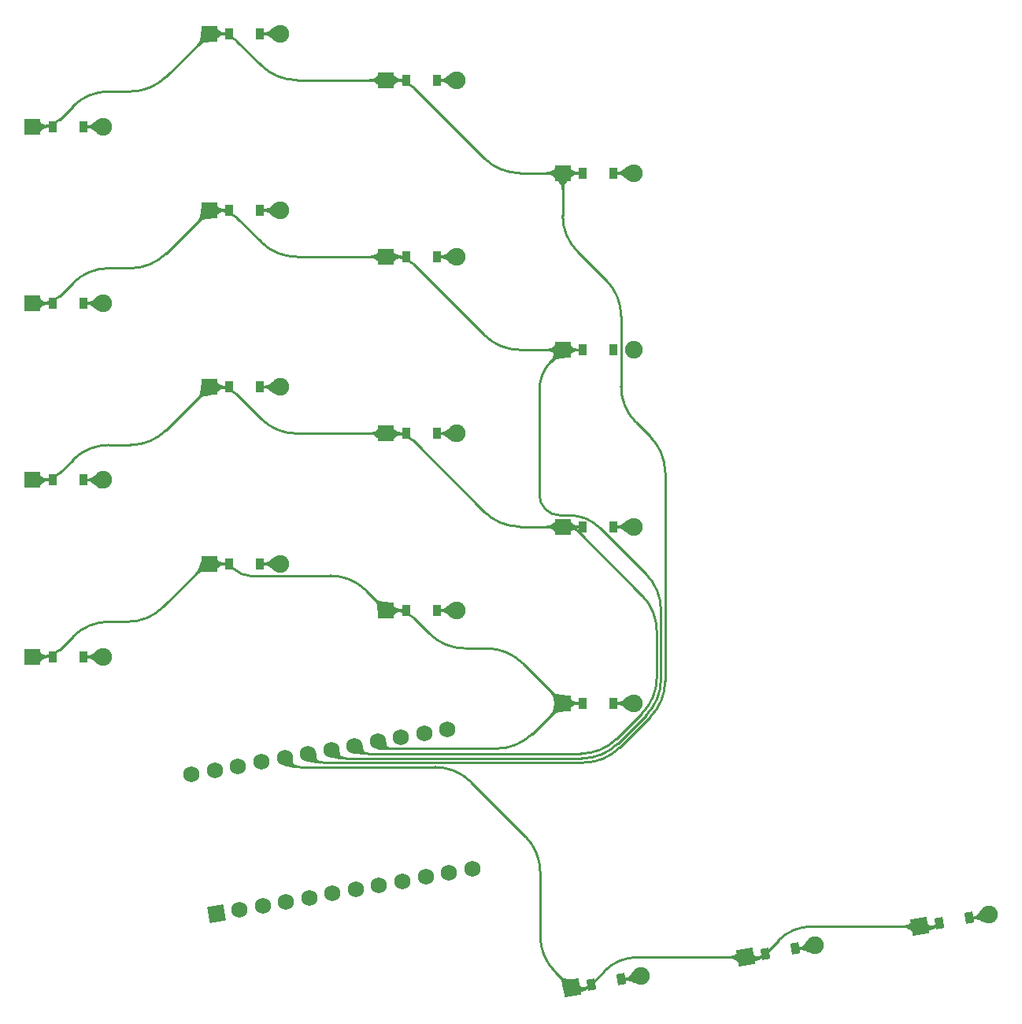
<source format=gbr>
%TF.GenerationSoftware,KiCad,Pcbnew,(6.0.4)*%
%TF.CreationDate,2022-07-19T16:53:05+02:00*%
%TF.ProjectId,macropad_routed_rounded_jlc,6d616372-6f70-4616-945f-726f75746564,v1.0.0*%
%TF.SameCoordinates,Original*%
%TF.FileFunction,Copper,L1,Top*%
%TF.FilePolarity,Positive*%
%FSLAX46Y46*%
G04 Gerber Fmt 4.6, Leading zero omitted, Abs format (unit mm)*
G04 Created by KiCad (PCBNEW (6.0.4)) date 2022-07-19 16:53:05*
%MOMM*%
%LPD*%
G01*
G04 APERTURE LIST*
G04 Aperture macros list*
%AMRotRect*
0 Rectangle, with rotation*
0 The origin of the aperture is its center*
0 $1 length*
0 $2 width*
0 $3 Rotation angle, in degrees counterclockwise*
0 Add horizontal line*
21,1,$1,$2,0,0,$3*%
G04 Aperture macros list end*
%TA.AperFunction,ComponentPad*%
%ADD10RotRect,1.752600X1.752600X10.000000*%
%TD*%
%TA.AperFunction,ComponentPad*%
%ADD11C,1.752600*%
%TD*%
%TA.AperFunction,ComponentPad*%
%ADD12C,1.905000*%
%TD*%
%TA.AperFunction,SMDPad,CuDef*%
%ADD13R,0.900000X1.200000*%
%TD*%
%TA.AperFunction,ComponentPad*%
%ADD14R,1.778000X1.778000*%
%TD*%
%TA.AperFunction,SMDPad,CuDef*%
%ADD15RotRect,0.900000X1.200000X10.000000*%
%TD*%
%TA.AperFunction,ComponentPad*%
%ADD16RotRect,1.778000X1.778000X10.000000*%
%TD*%
%TA.AperFunction,Conductor*%
%ADD17C,0.250000*%
%TD*%
G04 APERTURE END LIST*
D10*
%TO.P,MCU1,1*%
%TO.N,RAW*%
X87073685Y-162740100D03*
D11*
%TO.P,MCU1,2*%
%TO.N,GND*%
X89575096Y-162299034D03*
%TO.P,MCU1,3*%
%TO.N,RST*%
X92076508Y-161857967D03*
%TO.P,MCU1,4*%
%TO.N,VCC*%
X94577920Y-161416901D03*
%TO.P,MCU1,5*%
%TO.N,P21*%
X97079332Y-160975835D03*
%TO.P,MCU1,6*%
%TO.N,P20*%
X99580743Y-160534768D03*
%TO.P,MCU1,7*%
%TO.N,P19*%
X102082155Y-160093702D03*
%TO.P,MCU1,8*%
%TO.N,P18*%
X104583567Y-159652636D03*
%TO.P,MCU1,9*%
%TO.N,P15*%
X107084978Y-159211569D03*
%TO.P,MCU1,10*%
%TO.N,P14*%
X109586390Y-158770503D03*
%TO.P,MCU1,11*%
%TO.N,P16*%
X112087802Y-158329436D03*
%TO.P,MCU1,12*%
%TO.N,P10*%
X114589213Y-157888370D03*
%TO.P,MCU1,13*%
%TO.N,P1*%
X84427287Y-147731630D03*
%TO.P,MCU1,14*%
%TO.N,P0*%
X86928698Y-147290564D03*
%TO.P,MCU1,15*%
%TO.N,GND*%
X89430110Y-146849497D03*
%TO.P,MCU1,16*%
X91931522Y-146408431D03*
%TO.P,MCU1,17*%
%TO.N,P2*%
X94432933Y-145967364D03*
%TO.P,MCU1,18*%
%TO.N,P3*%
X96934345Y-145526298D03*
%TO.P,MCU1,19*%
%TO.N,P4*%
X99435757Y-145085232D03*
%TO.P,MCU1,20*%
%TO.N,P5*%
X101937168Y-144644165D03*
%TO.P,MCU1,21*%
%TO.N,P6*%
X104438580Y-144203099D03*
%TO.P,MCU1,22*%
%TO.N,P7*%
X106939992Y-143762033D03*
%TO.P,MCU1,23*%
%TO.N,P8*%
X109441404Y-143320966D03*
%TO.P,MCU1,24*%
%TO.N,P9*%
X111942815Y-142879900D03*
%TD*%
D12*
%TO.P,D1,1*%
%TO.N,c1_r1*%
X74948250Y-135100000D03*
D13*
%TO.N,P6*%
X69488250Y-135100000D03*
D14*
%TO.P,D1,2*%
X67328250Y-135100000D03*
D13*
%TO.N,c1_r1*%
X72788250Y-135100000D03*
%TD*%
%TO.P,D16,1*%
%TO.N,P3*%
X126488250Y-83100000D03*
D12*
%TO.N,c4_r4*%
X131948250Y-83100000D03*
D14*
%TO.P,D16,2*%
%TO.N,P3*%
X124328250Y-83100000D03*
D13*
%TO.N,c4_r4*%
X129788250Y-83100000D03*
%TD*%
D12*
%TO.P,D10,1*%
%TO.N,c3_r2*%
X112948250Y-111100000D03*
D13*
%TO.N,P5*%
X107488250Y-111100000D03*
D14*
%TO.P,D10,2*%
X105328250Y-111100000D03*
D13*
%TO.N,c3_r2*%
X110788250Y-111100000D03*
%TD*%
%TO.P,D6,1*%
%TO.N,P5*%
X88488250Y-106100000D03*
D12*
%TO.N,c2_r2*%
X93948250Y-106100000D03*
D14*
%TO.P,D6,2*%
%TO.N,P5*%
X86328250Y-106100000D03*
D13*
%TO.N,c2_r2*%
X91788250Y-106100000D03*
%TD*%
%TO.P,D8,1*%
%TO.N,P3*%
X88488250Y-68100000D03*
D12*
%TO.N,c2_r4*%
X93948250Y-68100000D03*
D14*
%TO.P,D8,2*%
%TO.N,P3*%
X86328250Y-68100000D03*
D13*
%TO.N,c2_r4*%
X91788250Y-68100000D03*
%TD*%
%TO.P,D7,1*%
%TO.N,P4*%
X88488250Y-87100000D03*
D12*
%TO.N,c2_r3*%
X93948250Y-87100000D03*
D13*
%TO.P,D7,2*%
X91788250Y-87100000D03*
D14*
%TO.N,P4*%
X86328250Y-87100000D03*
%TD*%
D12*
%TO.P,D19,1*%
%TO.N,c7_r5*%
X170181304Y-162763808D03*
D15*
%TO.N,P2*%
X164804253Y-163711927D03*
%TO.P,D19,2*%
%TO.N,c7_r5*%
X168054119Y-163138889D03*
D16*
%TO.N,P2*%
X162677068Y-164087008D03*
%TD*%
D13*
%TO.P,D15,1*%
%TO.N,P4*%
X126488250Y-102100000D03*
D12*
%TO.N,c4_r3*%
X131948250Y-102100000D03*
D13*
%TO.P,D15,2*%
X129788250Y-102100000D03*
D14*
%TO.N,P4*%
X124328250Y-102100000D03*
%TD*%
D12*
%TO.P,D14,1*%
%TO.N,c4_r2*%
X131948250Y-121100000D03*
D13*
%TO.N,P5*%
X126488250Y-121100000D03*
%TO.P,D14,2*%
%TO.N,c4_r2*%
X129788250Y-121100000D03*
D14*
%TO.N,P5*%
X124328250Y-121100000D03*
%TD*%
D12*
%TO.P,D4,1*%
%TO.N,c1_r4*%
X74948250Y-78100000D03*
D13*
%TO.N,P3*%
X69488250Y-78100000D03*
%TO.P,D4,2*%
%TO.N,c1_r4*%
X72788250Y-78100000D03*
D14*
%TO.N,P3*%
X67328250Y-78100000D03*
%TD*%
D12*
%TO.P,D5,1*%
%TO.N,c2_r1*%
X93948250Y-125100000D03*
D13*
%TO.N,P6*%
X88488250Y-125100000D03*
D14*
%TO.P,D5,2*%
X86328250Y-125100000D03*
D13*
%TO.N,c2_r1*%
X91788250Y-125100000D03*
%TD*%
%TO.P,D12,1*%
%TO.N,P3*%
X107488250Y-73100000D03*
D12*
%TO.N,c3_r4*%
X112948250Y-73100000D03*
D13*
%TO.P,D12,2*%
X110788250Y-73100000D03*
D14*
%TO.N,P3*%
X105328250Y-73100000D03*
%TD*%
D15*
%TO.P,D17,1*%
%TO.N,P2*%
X127381558Y-170310558D03*
D12*
%TO.N,c5_r5*%
X132758609Y-169362439D03*
D16*
%TO.P,D17,2*%
%TO.N,P2*%
X125254373Y-170685639D03*
D15*
%TO.N,c5_r5*%
X130631424Y-169737520D03*
%TD*%
D12*
%TO.P,D3,1*%
%TO.N,c1_r3*%
X74948250Y-97100000D03*
D13*
%TO.N,P4*%
X69488250Y-97100000D03*
%TO.P,D3,2*%
%TO.N,c1_r3*%
X72788250Y-97100000D03*
D14*
%TO.N,P4*%
X67328250Y-97100000D03*
%TD*%
D12*
%TO.P,D13,1*%
%TO.N,c4_r1*%
X131948250Y-140100000D03*
D13*
%TO.N,P6*%
X126488250Y-140100000D03*
D14*
%TO.P,D13,2*%
X124328250Y-140100000D03*
D13*
%TO.N,c4_r1*%
X129788250Y-140100000D03*
%TD*%
D12*
%TO.P,D11,1*%
%TO.N,c3_r3*%
X112948250Y-92100000D03*
D13*
%TO.N,P4*%
X107488250Y-92100000D03*
D14*
%TO.P,D11,2*%
X105328250Y-92100000D03*
D13*
%TO.N,c3_r3*%
X110788250Y-92100000D03*
%TD*%
D12*
%TO.P,D2,1*%
%TO.N,c1_r2*%
X74948250Y-116100000D03*
D13*
%TO.N,P5*%
X69488250Y-116100000D03*
%TO.P,D2,2*%
%TO.N,c1_r2*%
X72788250Y-116100000D03*
D14*
%TO.N,P5*%
X67328250Y-116100000D03*
%TD*%
D12*
%TO.P,D9,1*%
%TO.N,c3_r1*%
X112948250Y-130100000D03*
D13*
%TO.N,P6*%
X107488250Y-130100000D03*
%TO.P,D9,2*%
%TO.N,c3_r1*%
X110788250Y-130100000D03*
D14*
%TO.N,P6*%
X105328250Y-130100000D03*
%TD*%
D12*
%TO.P,D18,1*%
%TO.N,c6_r5*%
X151469956Y-166063123D03*
D15*
%TO.N,P2*%
X146092905Y-167011242D03*
D16*
%TO.P,D18,2*%
X143965720Y-167386323D03*
D15*
%TO.N,c6_r5*%
X149342771Y-166438204D03*
%TD*%
D17*
%TO.N,c1_r1*%
X72788250Y-135100000D02*
X74948250Y-135100000D01*
%TO.N,P6*%
X81388371Y-129731628D02*
X85911017Y-125208982D01*
X117211442Y-144962844D02*
X105735545Y-144962844D01*
X116164221Y-134189935D02*
X113832148Y-134189935D01*
X90668244Y-126377011D02*
X99351297Y-126377011D01*
X68408250Y-135100000D02*
X67328250Y-135100000D01*
X70251925Y-134336324D02*
X71669036Y-132919213D01*
X86482375Y-125100000D02*
X86174125Y-125100000D01*
X104564574Y-129336324D02*
X103199053Y-127970803D01*
X123564574Y-140863675D02*
X121059198Y-143369051D01*
X87585266Y-125100000D02*
X86482375Y-125100000D01*
X108251925Y-130863675D02*
X109984392Y-132596142D01*
X77540615Y-131325421D02*
X75516792Y-131325421D01*
X125408250Y-140100000D02*
X126488250Y-140100000D01*
X104818452Y-144582971D02*
X104438580Y-144203099D01*
X123564574Y-139336324D02*
X120011977Y-135783727D01*
X117211442Y-144962874D02*
G75*
G03*
X121059197Y-143369050I-42J5441574D01*
G01*
X77540615Y-131325439D02*
G75*
G03*
X81388371Y-129731628I-15J5441539D01*
G01*
X123564573Y-139336325D02*
G75*
G02*
X123564573Y-140863674I-763673J-763675D01*
G01*
X68408250Y-135100020D02*
G75*
G03*
X70251925Y-134336324I-50J2607420D01*
G01*
X71669034Y-132919211D02*
G75*
G02*
X75516792Y-131325421I3847766J-3847789D01*
G01*
X125408250Y-140099979D02*
G75*
G02*
X123564574Y-139336324I-50J2607279D01*
G01*
X90668244Y-126376974D02*
G75*
G02*
X89126756Y-125738504I-44J2179974D01*
G01*
X106408250Y-130100021D02*
G75*
G02*
X108251925Y-130863675I50J-2607279D01*
G01*
X105735545Y-144962817D02*
G75*
G02*
X104818453Y-144582970I-45J1296917D01*
G01*
X85911003Y-125208968D02*
G75*
G02*
X86174125Y-125100000I263097J-263132D01*
G01*
X87585266Y-125100026D02*
G75*
G02*
X89126754Y-125738506I34J-2179974D01*
G01*
X99351297Y-126377025D02*
G75*
G02*
X103199053Y-127970803I3J-5441575D01*
G01*
X116164221Y-134189925D02*
G75*
G02*
X120011977Y-135783727I-21J-5441575D01*
G01*
X123564560Y-140863661D02*
G75*
G02*
X125408250Y-140100000I1843640J-1843639D01*
G01*
X113832148Y-134189975D02*
G75*
G02*
X109984392Y-132596142I52J5441575D01*
G01*
X106408250Y-130099979D02*
G75*
G02*
X104564574Y-129336324I-50J2607279D01*
G01*
%TO.N,c1_r2*%
X72788250Y-116100000D02*
X74948250Y-116100000D01*
%TO.N,P5*%
X70251925Y-115336324D02*
X71669036Y-113919213D01*
X115894457Y-119506207D02*
X108251925Y-111863675D01*
X103398169Y-145500000D02*
X126286036Y-145500000D01*
X95742213Y-111100000D02*
X104248250Y-111100000D01*
X68408250Y-116100000D02*
X67328250Y-116100000D01*
X124897750Y-121100000D02*
X123758750Y-121100000D01*
X134443671Y-137342365D02*
X134443671Y-132330384D01*
X124897750Y-121100000D02*
X126488250Y-121100000D01*
X123758750Y-121100000D02*
X124897750Y-121100000D01*
X75516792Y-112325421D02*
X77848865Y-112325421D01*
X89251925Y-106863675D02*
X91894457Y-109506207D01*
X123758750Y-121100000D02*
X119742213Y-121100000D01*
X132849878Y-141190121D02*
X130133792Y-143906207D01*
X102365085Y-145072082D02*
X101937168Y-144644165D01*
X81696621Y-110731628D02*
X85564574Y-106863675D01*
X125869947Y-121502697D02*
X132849878Y-128482628D01*
X106408250Y-111100000D02*
X104248250Y-111100000D01*
X126286036Y-145500010D02*
G75*
G03*
X130133792Y-143906207I-36J5441610D01*
G01*
X134443675Y-132330384D02*
G75*
G03*
X132849878Y-128482628I-5441575J-16D01*
G01*
X71669034Y-113919211D02*
G75*
G02*
X75516792Y-112325421I3847766J-3847789D01*
G01*
X68408250Y-116100020D02*
G75*
G03*
X70251925Y-115336324I-50J2607420D01*
G01*
X103398169Y-145500021D02*
G75*
G02*
X102365086Y-145072081I31J1461021D01*
G01*
X95742213Y-111099975D02*
G75*
G02*
X91894457Y-109506207I-13J5441575D01*
G01*
X77848865Y-112325404D02*
G75*
G03*
X81696621Y-110731628I35J5441504D01*
G01*
X106408250Y-111100021D02*
G75*
G02*
X108251925Y-111863675I50J-2607279D01*
G01*
X124897750Y-121100000D02*
G75*
G02*
X124897750Y-121100000I0J0D01*
G01*
X132849900Y-141190143D02*
G75*
G03*
X134443671Y-137342365I-3847800J3847743D01*
G01*
X119742213Y-121099975D02*
G75*
G02*
X115894457Y-119506207I-13J5441575D01*
G01*
X124897750Y-121100037D02*
G75*
G02*
X125869947Y-121502697I50J-1374863D01*
G01*
X87408250Y-106100021D02*
G75*
G02*
X89251925Y-106863675I50J-2607279D01*
G01*
X85564560Y-106863661D02*
G75*
G02*
X87408250Y-106100000I1843640J-1843639D01*
G01*
%TO.N,c1_r3*%
X72788250Y-97100000D02*
X74948250Y-97100000D01*
%TO.N,P4*%
X106408250Y-92100000D02*
X104248250Y-92100000D01*
X123564574Y-102863675D02*
X123080539Y-103347710D01*
X115894457Y-100506207D02*
X108251925Y-92863675D01*
X119742213Y-102100000D02*
X123248250Y-102100000D01*
X125408250Y-102100000D02*
X126488250Y-102100000D01*
X123248250Y-102100000D02*
X125408250Y-102100000D01*
X75516792Y-93325421D02*
X77848865Y-93325421D01*
X133299398Y-141376319D02*
X130259510Y-144416207D01*
X81696621Y-91731628D02*
X85564574Y-87863675D01*
X121832829Y-117698131D02*
X121832829Y-106359950D01*
X70251925Y-96336324D02*
X71669036Y-94919213D01*
X89251925Y-87863675D02*
X91894457Y-90506207D01*
X68408250Y-97100000D02*
X67328250Y-97100000D01*
X128338131Y-121250859D02*
X133299398Y-126212126D01*
X134893191Y-130059882D02*
X134893191Y-137528563D01*
X101014434Y-146010000D02*
X126411754Y-146010000D01*
X99898141Y-145547616D02*
X99435757Y-145085232D01*
X95742213Y-92100000D02*
X104248250Y-92100000D01*
X125044250Y-119886489D02*
X124021186Y-119886489D01*
X95742213Y-92099975D02*
G75*
G02*
X91894457Y-90506207I-13J5441575D01*
G01*
X119742213Y-102099975D02*
G75*
G02*
X115894457Y-100506207I-13J5441575D01*
G01*
X71669034Y-94919211D02*
G75*
G02*
X75516792Y-93325421I3847766J-3847789D01*
G01*
X125044250Y-119886442D02*
G75*
G02*
X128338131Y-121250859I-50J-4658258D01*
G01*
X124021186Y-119886489D02*
G75*
G02*
X122473784Y-119245534I14J2188389D01*
G01*
X101014434Y-146009968D02*
G75*
G02*
X99898142Y-145547615I-34J1578668D01*
G01*
X133299425Y-141376346D02*
G75*
G03*
X134893191Y-137528563I-3847825J3847746D01*
G01*
X106408250Y-92100021D02*
G75*
G02*
X108251925Y-92863675I50J-2607279D01*
G01*
X134893191Y-130059882D02*
G75*
G03*
X133299398Y-126212126I-5441591J-18D01*
G01*
X87408250Y-87100021D02*
G75*
G02*
X89251925Y-87863675I50J-2607279D01*
G01*
X123564560Y-102863661D02*
G75*
G02*
X125408250Y-102100000I1843640J-1843639D01*
G01*
X85564560Y-87863661D02*
G75*
G02*
X87408250Y-87100000I1843640J-1843639D01*
G01*
X68408250Y-97100020D02*
G75*
G03*
X70251925Y-96336324I-50J2607420D01*
G01*
X123248250Y-102100050D02*
G75*
G02*
X123564574Y-102863675I-50J-447350D01*
G01*
X77848865Y-93325404D02*
G75*
G03*
X81696621Y-91731628I35J5441504D01*
G01*
X122473797Y-119245521D02*
G75*
G02*
X121832829Y-117698131I1547403J1547421D01*
G01*
X121832870Y-106359950D02*
G75*
G02*
X123080539Y-103347710I4259930J50D01*
G01*
X126411754Y-146010022D02*
G75*
G03*
X130259509Y-144416206I-54J5441622D01*
G01*
%TO.N,c1_r4*%
X72788250Y-78100000D02*
X74948250Y-78100000D01*
%TO.N,P3*%
X130610000Y-106046812D02*
X130610000Y-98476259D01*
X97400956Y-145992909D02*
X96934345Y-145526298D01*
X133748918Y-141562516D02*
X130445707Y-144865727D01*
X81696621Y-72731628D02*
X85564574Y-68863675D01*
X68408250Y-78100000D02*
X67328250Y-78100000D01*
X95742213Y-73100000D02*
X104248250Y-73100000D01*
X106408250Y-73100000D02*
X104248250Y-73100000D01*
X115894457Y-81506207D02*
X108251925Y-73863675D01*
X71669035Y-75919213D02*
X70251925Y-77336324D01*
X89251925Y-68863675D02*
X91894457Y-71506207D01*
X135342711Y-137714760D02*
X135342711Y-115287450D01*
X119742213Y-83100000D02*
X123248250Y-83100000D01*
X125408250Y-83100000D02*
X126488250Y-83100000D01*
X75516792Y-74325421D02*
X77848865Y-74325421D01*
X125922042Y-91534338D02*
X129016207Y-94628503D01*
X132203792Y-109894568D02*
X133748918Y-111439694D01*
X124328250Y-87686582D02*
X124328250Y-84180000D01*
X126597951Y-146459520D02*
X98527454Y-146459520D01*
X123248250Y-83100000D02*
X125408250Y-83100000D01*
X125922033Y-91534347D02*
G75*
G02*
X124328250Y-87686582I3847767J3847747D01*
G01*
X85564560Y-68863661D02*
G75*
G02*
X87408250Y-68100000I1843640J-1843639D01*
G01*
X71669034Y-75919212D02*
G75*
G02*
X75516792Y-74325421I3847766J-3847788D01*
G01*
X133748930Y-141562528D02*
G75*
G03*
X135342711Y-137714760I-3847730J3847728D01*
G01*
X123248250Y-83100050D02*
G75*
G02*
X124328250Y-84180000I50J-1079950D01*
G01*
X95742213Y-73099975D02*
G75*
G02*
X91894457Y-71506207I-13J5441575D01*
G01*
X87408250Y-68100021D02*
G75*
G02*
X89251925Y-68863675I50J-2607279D01*
G01*
X132203788Y-109894572D02*
G75*
G02*
X130610000Y-106046812I3847812J3847772D01*
G01*
X119742213Y-83099975D02*
G75*
G02*
X115894457Y-81506207I-13J5441575D01*
G01*
X98527454Y-146459549D02*
G75*
G02*
X97400956Y-145992909I46J1593149D01*
G01*
X77848865Y-74325404D02*
G75*
G03*
X81696621Y-72731628I35J5441504D01*
G01*
X106408250Y-73100021D02*
G75*
G02*
X108251925Y-73863675I50J-2607279D01*
G01*
X126597951Y-146459564D02*
G75*
G03*
X130445707Y-144865727I-51J5441564D01*
G01*
X68408250Y-78100020D02*
G75*
G03*
X70251925Y-77336324I-50J2607420D01*
G01*
X124328200Y-84180000D02*
G75*
G02*
X125408250Y-83100000I1080000J0D01*
G01*
X130610013Y-98476259D02*
G75*
G03*
X129016206Y-94628504I-5441613J-41D01*
G01*
X135342757Y-115287450D02*
G75*
G03*
X133748918Y-111439694I-5441557J-50D01*
G01*
%TO.N,c2_r1*%
X91788250Y-125100000D02*
X93948250Y-125100000D01*
%TO.N,c2_r2*%
X91788250Y-106100000D02*
X93948250Y-106100000D01*
%TO.N,c2_r3*%
X91788250Y-87100000D02*
X93948250Y-87100000D01*
%TO.N,c2_r4*%
X91788250Y-68100000D02*
X93948250Y-68100000D01*
%TO.N,c3_r1*%
X110788250Y-130100000D02*
X112948250Y-130100000D01*
%TO.N,c3_r2*%
X110788250Y-111100000D02*
X112948250Y-111100000D01*
%TO.N,c3_r3*%
X110788250Y-92100000D02*
X112948250Y-92100000D01*
%TO.N,c3_r4*%
X110788250Y-73100000D02*
X112948250Y-73100000D01*
%TO.N,c4_r1*%
X129788250Y-140100000D02*
X131948250Y-140100000D01*
%TO.N,c4_r2*%
X129788250Y-121100000D02*
X131948250Y-121100000D01*
%TO.N,c4_r4*%
X129788250Y-83100000D02*
X131948250Y-83100000D01*
%TO.N,c5_r5*%
X132571068Y-169549979D02*
X132758609Y-169362439D01*
X132118305Y-169737520D02*
X130631424Y-169737520D01*
X132118305Y-169737518D02*
G75*
G03*
X132571068Y-169549979I-5J640318D01*
G01*
%TO.N,P2*%
X110616036Y-146950000D02*
X96110397Y-146950000D01*
X121910006Y-165087308D02*
X121910006Y-158243969D01*
X163553120Y-164087008D02*
X161801016Y-164087008D01*
X143089668Y-167386323D02*
X132373539Y-167386323D01*
X164616712Y-163899467D02*
X164804253Y-163711927D01*
X151084884Y-164087008D02*
X161801016Y-164087008D01*
X123503798Y-168935064D02*
X124634910Y-170066176D01*
X127569098Y-170123017D02*
X127194017Y-170498098D01*
X94924251Y-146458682D02*
X94432933Y-145967364D01*
X146280445Y-166823701D02*
X147555022Y-165549125D01*
X163553120Y-164087008D02*
X164163949Y-164087008D01*
X144841772Y-167386323D02*
X143089668Y-167386323D01*
X120316213Y-154396213D02*
X114463792Y-148543792D01*
X146280445Y-166823701D02*
X145905364Y-167198782D01*
X126741254Y-170685639D02*
X126130425Y-170685639D01*
X127569098Y-170123017D02*
X128843675Y-168848440D01*
X144841772Y-167386323D02*
X145452601Y-167386323D01*
X147555027Y-165549130D02*
G75*
G02*
X151084884Y-164087008I3529873J-3529870D01*
G01*
X128843657Y-168848422D02*
G75*
G02*
X132373539Y-167386323I3529843J-3529878D01*
G01*
X126130425Y-170685632D02*
G75*
G02*
X124634910Y-170066176I-25J2114932D01*
G01*
X96110397Y-146949991D02*
G75*
G02*
X94924251Y-146458682I3J1677491D01*
G01*
X145452601Y-167386317D02*
G75*
G03*
X145905363Y-167198781I-1J640317D01*
G01*
X110616036Y-146949990D02*
G75*
G02*
X114463791Y-148543793I-36J-5441610D01*
G01*
X123503793Y-168935069D02*
G75*
G02*
X121910006Y-165087308I3847807J3847769D01*
G01*
X121910040Y-158243969D02*
G75*
G03*
X120316213Y-154396213I-5441540J-31D01*
G01*
X164163949Y-164087041D02*
G75*
G03*
X164616712Y-163899467I-49J640341D01*
G01*
X126741254Y-170685666D02*
G75*
G03*
X127194017Y-170498098I-54J640366D01*
G01*
%TO.N,c6_r5*%
X151282415Y-166250663D02*
X151469956Y-166063123D01*
X150829652Y-166438204D02*
X149342771Y-166438204D01*
X150829652Y-166438240D02*
G75*
G03*
X151282415Y-166250663I-52J640340D01*
G01*
%TO.N,c7_r5*%
X169993763Y-162951348D02*
X170181304Y-162763808D01*
X169541000Y-163138889D02*
X168054119Y-163138889D01*
X169541000Y-163138892D02*
G75*
G03*
X169993762Y-162951347I0J640292D01*
G01*
%TD*%
%TA.AperFunction,Conductor*%
%TO.N,P5*%
G36*
X102756259Y-144356415D02*
G01*
X102764462Y-144360003D01*
X102767290Y-144364937D01*
X102806258Y-144503112D01*
X102806500Y-144504149D01*
X102833540Y-144649534D01*
X102833627Y-144650073D01*
X102853179Y-144791660D01*
X102871854Y-144925775D01*
X102896299Y-145048699D01*
X102933196Y-145156990D01*
X102989228Y-145247207D01*
X103071078Y-145315908D01*
X103185431Y-145359653D01*
X103233216Y-145364429D01*
X103328433Y-145373947D01*
X103336324Y-145378180D01*
X103338969Y-145385589D01*
X103338969Y-145613121D01*
X103335542Y-145621394D01*
X103327092Y-145624820D01*
X103256653Y-145623753D01*
X103145862Y-145622076D01*
X103145494Y-145622063D01*
X103086068Y-145619163D01*
X102983103Y-145614138D01*
X102982693Y-145614111D01*
X102881392Y-145605599D01*
X102843725Y-145602433D01*
X102843378Y-145602398D01*
X102720820Y-145588215D01*
X102720665Y-145588196D01*
X102607326Y-145572732D01*
X102607292Y-145572727D01*
X102560482Y-145566199D01*
X102496397Y-145557261D01*
X102438659Y-145550152D01*
X102380988Y-145543052D01*
X102380970Y-145543050D01*
X102380921Y-145543044D01*
X102380881Y-145543040D01*
X102380869Y-145543039D01*
X102304682Y-145536017D01*
X102253895Y-145531336D01*
X102253799Y-145531331D01*
X102253789Y-145531330D01*
X102128136Y-145524473D01*
X102108312Y-145523391D01*
X102108212Y-145523389D01*
X102108204Y-145523389D01*
X102046435Y-145522333D01*
X101946043Y-145520617D01*
X101937831Y-145517050D01*
X101934925Y-145511878D01*
X101635340Y-144364937D01*
X101631257Y-144349304D01*
X101632482Y-144340433D01*
X101639620Y-144335027D01*
X101642805Y-144334649D01*
X102756259Y-144356415D01*
G37*
%TD.AperFunction*%
%TD*%
%TA.AperFunction,Conductor*%
%TO.N,c2_r4*%
G36*
X93539253Y-67248701D02*
G01*
X93844157Y-67541912D01*
X94294516Y-67975000D01*
X94415731Y-68091567D01*
X94419319Y-68099771D01*
X94415731Y-68108433D01*
X94122421Y-68390495D01*
X93539253Y-68951299D01*
X93530914Y-68954564D01*
X93525532Y-68953133D01*
X93353867Y-68859318D01*
X93352923Y-68858742D01*
X93204815Y-68758560D01*
X93204126Y-68758056D01*
X93077514Y-68658220D01*
X93077200Y-68657964D01*
X92963072Y-68561378D01*
X92852692Y-68471230D01*
X92737249Y-68390672D01*
X92736921Y-68390500D01*
X92736913Y-68390495D01*
X92669660Y-68355205D01*
X92607788Y-68322738D01*
X92607371Y-68322595D01*
X92607364Y-68322592D01*
X92455771Y-68270603D01*
X92455354Y-68270460D01*
X92270993Y-68236870D01*
X92109668Y-68228368D01*
X92056834Y-68225584D01*
X92048753Y-68221726D01*
X92045750Y-68213900D01*
X92045750Y-67986100D01*
X92049177Y-67977827D01*
X92056834Y-67974416D01*
X92125245Y-67970810D01*
X92270993Y-67963129D01*
X92455354Y-67929539D01*
X92455771Y-67929396D01*
X92607364Y-67877407D01*
X92607371Y-67877404D01*
X92607788Y-67877261D01*
X92669660Y-67844794D01*
X92736913Y-67809504D01*
X92736921Y-67809499D01*
X92737249Y-67809327D01*
X92852692Y-67728769D01*
X92963072Y-67638621D01*
X93077200Y-67542035D01*
X93077514Y-67541779D01*
X93204126Y-67441943D01*
X93204815Y-67441439D01*
X93352923Y-67341257D01*
X93353867Y-67340681D01*
X93525532Y-67246867D01*
X93534435Y-67245907D01*
X93539253Y-67248701D01*
G37*
%TD.AperFunction*%
%TD*%
%TA.AperFunction,Conductor*%
%TO.N,c1_r4*%
G36*
X74539253Y-77248701D02*
G01*
X74844157Y-77541912D01*
X75294516Y-77975000D01*
X75415731Y-78091567D01*
X75419319Y-78099771D01*
X75415731Y-78108433D01*
X75122421Y-78390495D01*
X74539253Y-78951299D01*
X74530914Y-78954564D01*
X74525532Y-78953133D01*
X74353867Y-78859318D01*
X74352923Y-78858742D01*
X74204815Y-78758560D01*
X74204126Y-78758056D01*
X74077514Y-78658220D01*
X74077200Y-78657964D01*
X73963072Y-78561378D01*
X73852692Y-78471230D01*
X73737249Y-78390672D01*
X73736921Y-78390500D01*
X73736913Y-78390495D01*
X73669660Y-78355205D01*
X73607788Y-78322738D01*
X73607371Y-78322595D01*
X73607364Y-78322592D01*
X73455771Y-78270603D01*
X73455354Y-78270460D01*
X73270993Y-78236870D01*
X73109668Y-78228368D01*
X73056834Y-78225584D01*
X73048753Y-78221726D01*
X73045750Y-78213900D01*
X73045750Y-77986100D01*
X73049177Y-77977827D01*
X73056834Y-77974416D01*
X73125245Y-77970810D01*
X73270993Y-77963129D01*
X73455354Y-77929539D01*
X73455771Y-77929396D01*
X73607364Y-77877407D01*
X73607371Y-77877404D01*
X73607788Y-77877261D01*
X73669660Y-77844794D01*
X73736913Y-77809504D01*
X73736921Y-77809499D01*
X73737249Y-77809327D01*
X73852692Y-77728769D01*
X73963072Y-77638621D01*
X74077200Y-77542035D01*
X74077514Y-77541779D01*
X74204126Y-77441943D01*
X74204815Y-77441439D01*
X74352923Y-77341257D01*
X74353867Y-77340681D01*
X74525532Y-77246867D01*
X74534435Y-77245907D01*
X74539253Y-77248701D01*
G37*
%TD.AperFunction*%
%TD*%
%TA.AperFunction,Conductor*%
%TO.N,P2*%
G36*
X143584398Y-166592170D02*
G01*
X143964041Y-166957255D01*
X143964043Y-166957256D01*
X144410220Y-167386323D01*
X143756535Y-168014940D01*
X143672698Y-168095562D01*
X143584398Y-168180476D01*
X143576059Y-168183741D01*
X143570683Y-168182313D01*
X143412193Y-168095823D01*
X143411262Y-168095257D01*
X143292026Y-168014940D01*
X143273904Y-168002732D01*
X143273245Y-168002254D01*
X143155623Y-167910122D01*
X143155352Y-167909902D01*
X143049213Y-167820862D01*
X142946490Y-167737827D01*
X142907268Y-167710758D01*
X142839343Y-167663880D01*
X142839339Y-167663878D01*
X142839044Y-167663674D01*
X142838728Y-167663510D01*
X142838723Y-167663507D01*
X142719009Y-167601384D01*
X142719008Y-167601384D01*
X142718610Y-167601177D01*
X142576923Y-167553105D01*
X142405714Y-167522230D01*
X142207809Y-167511902D01*
X142199727Y-167508049D01*
X142196720Y-167500218D01*
X142196720Y-167272428D01*
X142200147Y-167264155D01*
X142207810Y-167260744D01*
X142405714Y-167250415D01*
X142576923Y-167219540D01*
X142718610Y-167171468D01*
X142719009Y-167171261D01*
X142838723Y-167109138D01*
X142838728Y-167109135D01*
X142839044Y-167108971D01*
X142839339Y-167108767D01*
X142839343Y-167108765D01*
X142946309Y-167034943D01*
X142946310Y-167034942D01*
X142946490Y-167034818D01*
X143049213Y-166951783D01*
X143049222Y-166951776D01*
X143105867Y-166904256D01*
X143155352Y-166862743D01*
X143155623Y-166862523D01*
X143273245Y-166770391D01*
X143273904Y-166769913D01*
X143411264Y-166677387D01*
X143412193Y-166676822D01*
X143570683Y-166590333D01*
X143579587Y-166589378D01*
X143584398Y-166592170D01*
G37*
%TD.AperFunction*%
%TD*%
%TA.AperFunction,Conductor*%
%TO.N,P2*%
G36*
X124100142Y-169353813D02*
G01*
X124247117Y-169486207D01*
X124247385Y-169486448D01*
X124247679Y-169486652D01*
X124247680Y-169486653D01*
X124389927Y-169585435D01*
X124389931Y-169585437D01*
X124390279Y-169585679D01*
X124390657Y-169585866D01*
X124390663Y-169585869D01*
X124455061Y-169617638D01*
X124524459Y-169651875D01*
X124609935Y-169678946D01*
X124653460Y-169692731D01*
X124653462Y-169692732D01*
X124653811Y-169692842D01*
X124654175Y-169692909D01*
X124654176Y-169692909D01*
X124782004Y-169716345D01*
X124782015Y-169716347D01*
X124782219Y-169716384D01*
X124782425Y-169716406D01*
X124782433Y-169716407D01*
X124913540Y-169730303D01*
X124913624Y-169730311D01*
X125051533Y-169742392D01*
X125051923Y-169742432D01*
X125086315Y-169746611D01*
X125200238Y-169760455D01*
X125201048Y-169760583D01*
X125363612Y-169792288D01*
X125364671Y-169792547D01*
X125537889Y-169843456D01*
X125544860Y-169849076D01*
X125546288Y-169854451D01*
X125568681Y-170999947D01*
X125338758Y-170995452D01*
X124423185Y-170977554D01*
X124414982Y-170973966D01*
X124412190Y-170969155D01*
X124361281Y-170795937D01*
X124361022Y-170794878D01*
X124329319Y-170632324D01*
X124329188Y-170631495D01*
X124311166Y-170483189D01*
X124311126Y-170482799D01*
X124299040Y-170344837D01*
X124285141Y-170213699D01*
X124285140Y-170213691D01*
X124285118Y-170213485D01*
X124261576Y-170085077D01*
X124220609Y-169955725D01*
X124186372Y-169886327D01*
X124154603Y-169821929D01*
X124154600Y-169821923D01*
X124154413Y-169821545D01*
X124134168Y-169792391D01*
X124055387Y-169678946D01*
X124055386Y-169678945D01*
X124055182Y-169678651D01*
X124054941Y-169678383D01*
X123922547Y-169531408D01*
X123919556Y-169522967D01*
X123922967Y-169515304D01*
X124084038Y-169354233D01*
X124092311Y-169350806D01*
X124100142Y-169353813D01*
G37*
%TD.AperFunction*%
%TD*%
%TA.AperFunction,Conductor*%
%TO.N,c3_r4*%
G36*
X112539253Y-72248701D02*
G01*
X112844157Y-72541912D01*
X113294516Y-72975000D01*
X113415731Y-73091567D01*
X113419319Y-73099771D01*
X113415731Y-73108433D01*
X113122421Y-73390495D01*
X112539253Y-73951299D01*
X112530914Y-73954564D01*
X112525532Y-73953133D01*
X112353867Y-73859318D01*
X112352923Y-73858742D01*
X112204815Y-73758560D01*
X112204126Y-73758056D01*
X112077514Y-73658220D01*
X112077200Y-73657964D01*
X111963072Y-73561378D01*
X111852692Y-73471230D01*
X111737249Y-73390672D01*
X111736921Y-73390500D01*
X111736913Y-73390495D01*
X111669660Y-73355205D01*
X111607788Y-73322738D01*
X111607371Y-73322595D01*
X111607364Y-73322592D01*
X111455771Y-73270603D01*
X111455354Y-73270460D01*
X111270993Y-73236870D01*
X111109668Y-73228368D01*
X111056834Y-73225584D01*
X111048753Y-73221726D01*
X111045750Y-73213900D01*
X111045750Y-72986100D01*
X111049177Y-72977827D01*
X111056834Y-72974416D01*
X111125245Y-72970810D01*
X111270993Y-72963129D01*
X111455354Y-72929539D01*
X111455771Y-72929396D01*
X111607364Y-72877407D01*
X111607371Y-72877404D01*
X111607788Y-72877261D01*
X111669660Y-72844794D01*
X111736913Y-72809504D01*
X111736921Y-72809499D01*
X111737249Y-72809327D01*
X111852692Y-72728769D01*
X111963072Y-72638621D01*
X112077200Y-72542035D01*
X112077514Y-72541779D01*
X112204126Y-72441943D01*
X112204815Y-72441439D01*
X112352923Y-72341257D01*
X112353867Y-72340681D01*
X112525532Y-72246867D01*
X112534435Y-72245907D01*
X112539253Y-72248701D01*
G37*
%TD.AperFunction*%
%TD*%
%TA.AperFunction,Conductor*%
%TO.N,P4*%
G36*
X123946928Y-101305847D02*
G01*
X124326571Y-101670932D01*
X124326573Y-101670933D01*
X124772750Y-102100000D01*
X123940744Y-102900100D01*
X123774245Y-102809239D01*
X123636090Y-102716178D01*
X123518011Y-102623688D01*
X123411743Y-102534539D01*
X123309020Y-102451504D01*
X123308839Y-102451379D01*
X123201873Y-102377557D01*
X123201869Y-102377555D01*
X123201574Y-102377351D01*
X123201258Y-102377187D01*
X123201253Y-102377184D01*
X123081539Y-102315061D01*
X123081538Y-102315061D01*
X123081140Y-102314854D01*
X122939453Y-102266782D01*
X122768244Y-102235907D01*
X122570339Y-102225579D01*
X122562257Y-102221726D01*
X122559250Y-102213895D01*
X122559250Y-101986105D01*
X122562677Y-101977832D01*
X122570340Y-101974421D01*
X122768244Y-101964092D01*
X122939453Y-101933217D01*
X123081140Y-101885145D01*
X123081539Y-101884938D01*
X123201253Y-101822815D01*
X123201258Y-101822812D01*
X123201574Y-101822648D01*
X123201869Y-101822444D01*
X123201873Y-101822442D01*
X123308839Y-101748620D01*
X123308840Y-101748619D01*
X123309020Y-101748495D01*
X123411743Y-101665460D01*
X123411752Y-101665453D01*
X123468397Y-101617933D01*
X123517882Y-101576420D01*
X123518153Y-101576200D01*
X123635775Y-101484068D01*
X123636434Y-101483590D01*
X123773794Y-101391064D01*
X123774723Y-101390499D01*
X123933213Y-101304010D01*
X123942117Y-101303055D01*
X123946928Y-101305847D01*
G37*
%TD.AperFunction*%
%TD*%
%TA.AperFunction,Conductor*%
%TO.N,P5*%
G36*
X86723287Y-105304010D02*
G01*
X86881776Y-105390499D01*
X86882705Y-105391064D01*
X87020065Y-105483590D01*
X87020724Y-105484068D01*
X87138346Y-105576200D01*
X87138617Y-105576420D01*
X87188102Y-105617933D01*
X87244747Y-105665453D01*
X87244756Y-105665460D01*
X87347479Y-105748495D01*
X87347659Y-105748619D01*
X87347660Y-105748620D01*
X87454626Y-105822442D01*
X87454630Y-105822444D01*
X87454925Y-105822648D01*
X87455241Y-105822812D01*
X87455246Y-105822815D01*
X87574960Y-105884938D01*
X87575359Y-105885145D01*
X87717046Y-105933217D01*
X87888255Y-105964092D01*
X88086160Y-105974421D01*
X88094243Y-105978274D01*
X88097250Y-105986105D01*
X88097250Y-106213895D01*
X88093823Y-106222168D01*
X88086161Y-106225579D01*
X87888255Y-106235907D01*
X87717046Y-106266782D01*
X87575359Y-106314854D01*
X87574961Y-106315061D01*
X87574960Y-106315061D01*
X87455246Y-106377184D01*
X87455241Y-106377187D01*
X87454925Y-106377351D01*
X87454630Y-106377555D01*
X87454626Y-106377557D01*
X87347660Y-106451379D01*
X87347479Y-106451504D01*
X87244756Y-106534539D01*
X87138617Y-106623579D01*
X87138346Y-106623799D01*
X87020724Y-106715931D01*
X87020065Y-106716409D01*
X86882707Y-106808934D01*
X86881778Y-106809499D01*
X86876002Y-106812651D01*
X86723287Y-106895990D01*
X86714383Y-106896945D01*
X86709572Y-106894153D01*
X86624203Y-106812058D01*
X85883750Y-106100000D01*
X86709572Y-105305847D01*
X86717911Y-105302582D01*
X86723287Y-105304010D01*
G37*
%TD.AperFunction*%
%TD*%
%TA.AperFunction,Conductor*%
%TO.N,P2*%
G36*
X163072303Y-163291717D02*
G01*
X163227907Y-163388541D01*
X163229483Y-163389716D01*
X163373247Y-163517021D01*
X163374118Y-163517878D01*
X163503579Y-163659224D01*
X163503931Y-163659626D01*
X163623231Y-163802478D01*
X163623247Y-163802497D01*
X163736298Y-163933874D01*
X163736305Y-163933881D01*
X163736469Y-163934072D01*
X163847749Y-164041581D01*
X163848272Y-164041907D01*
X163848273Y-164041908D01*
X163955499Y-164108774D01*
X163961405Y-164112457D01*
X163962499Y-164112654D01*
X164080379Y-164133884D01*
X164080381Y-164133884D01*
X164081753Y-164134131D01*
X164213113Y-164094035D01*
X164305897Y-164021653D01*
X164351647Y-163985964D01*
X164360277Y-163983577D01*
X164367116Y-163986916D01*
X164527684Y-164147484D01*
X164531111Y-164155757D01*
X164527065Y-164164606D01*
X164398088Y-164276159D01*
X164396547Y-164277286D01*
X164266398Y-164357030D01*
X164264652Y-164357908D01*
X164140498Y-164407837D01*
X164138943Y-164408339D01*
X164018922Y-164437967D01*
X164017976Y-164438159D01*
X163949540Y-164449032D01*
X163900359Y-164456845D01*
X163900223Y-164456866D01*
X163783958Y-164473937D01*
X163783952Y-164473938D01*
X163783762Y-164473966D01*
X163667484Y-164498901D01*
X163550002Y-164541158D01*
X163549560Y-164541412D01*
X163549556Y-164541414D01*
X163430336Y-164609972D01*
X163430333Y-164609974D01*
X163429881Y-164610234D01*
X163429478Y-164610576D01*
X163312010Y-164710257D01*
X163303485Y-164712997D01*
X163298526Y-164711431D01*
X163007851Y-164541158D01*
X162232568Y-164087008D01*
X162677068Y-163659554D01*
X163058013Y-163293218D01*
X163066351Y-163289953D01*
X163072303Y-163291717D01*
G37*
%TD.AperFunction*%
%TD*%
%TA.AperFunction,Conductor*%
%TO.N,P3*%
G36*
X67723287Y-77304010D02*
G01*
X67881776Y-77390499D01*
X67882705Y-77391064D01*
X68020065Y-77483590D01*
X68020724Y-77484068D01*
X68138346Y-77576200D01*
X68138617Y-77576420D01*
X68188102Y-77617933D01*
X68244747Y-77665453D01*
X68244756Y-77665460D01*
X68347479Y-77748495D01*
X68347659Y-77748619D01*
X68347660Y-77748620D01*
X68454626Y-77822442D01*
X68454630Y-77822444D01*
X68454925Y-77822648D01*
X68455241Y-77822812D01*
X68455246Y-77822815D01*
X68574960Y-77884938D01*
X68575359Y-77885145D01*
X68717046Y-77933217D01*
X68888255Y-77964092D01*
X69086160Y-77974421D01*
X69094243Y-77978274D01*
X69097250Y-77986105D01*
X69097250Y-78213895D01*
X69093823Y-78222168D01*
X69086161Y-78225579D01*
X68888255Y-78235907D01*
X68717046Y-78266782D01*
X68575359Y-78314854D01*
X68574961Y-78315061D01*
X68574960Y-78315061D01*
X68455246Y-78377184D01*
X68455241Y-78377187D01*
X68454925Y-78377351D01*
X68454630Y-78377555D01*
X68454626Y-78377557D01*
X68347660Y-78451379D01*
X68347479Y-78451504D01*
X68244756Y-78534539D01*
X68138617Y-78623579D01*
X68138346Y-78623799D01*
X68020724Y-78715931D01*
X68020065Y-78716409D01*
X67882707Y-78808934D01*
X67881776Y-78809500D01*
X67723287Y-78895990D01*
X67714383Y-78896945D01*
X67709572Y-78894153D01*
X67025145Y-78235973D01*
X66892519Y-78108433D01*
X66888931Y-78100229D01*
X66892519Y-78091567D01*
X67013735Y-77975000D01*
X67709572Y-77305847D01*
X67717911Y-77302582D01*
X67723287Y-77304010D01*
G37*
%TD.AperFunction*%
%TD*%
%TA.AperFunction,Conductor*%
%TO.N,P4*%
G36*
X104946928Y-91305847D02*
G01*
X105326571Y-91670932D01*
X105326573Y-91670933D01*
X105772750Y-92100000D01*
X105328250Y-92527454D01*
X105318037Y-92537275D01*
X104946928Y-92894153D01*
X104938589Y-92897418D01*
X104933213Y-92895990D01*
X104774723Y-92809500D01*
X104773792Y-92808934D01*
X104636434Y-92716409D01*
X104635775Y-92715931D01*
X104518153Y-92623799D01*
X104517882Y-92623579D01*
X104411743Y-92534539D01*
X104309020Y-92451504D01*
X104308839Y-92451379D01*
X104201873Y-92377557D01*
X104201869Y-92377555D01*
X104201574Y-92377351D01*
X104201258Y-92377187D01*
X104201253Y-92377184D01*
X104081539Y-92315061D01*
X104081538Y-92315061D01*
X104081140Y-92314854D01*
X103939453Y-92266782D01*
X103768244Y-92235907D01*
X103570339Y-92225579D01*
X103562257Y-92221726D01*
X103559250Y-92213895D01*
X103559250Y-91986105D01*
X103562677Y-91977832D01*
X103570340Y-91974421D01*
X103768244Y-91964092D01*
X103939453Y-91933217D01*
X104081140Y-91885145D01*
X104081539Y-91884938D01*
X104201253Y-91822815D01*
X104201258Y-91822812D01*
X104201574Y-91822648D01*
X104201869Y-91822444D01*
X104201873Y-91822442D01*
X104308839Y-91748620D01*
X104308840Y-91748619D01*
X104309020Y-91748495D01*
X104411743Y-91665460D01*
X104411752Y-91665453D01*
X104468397Y-91617933D01*
X104517882Y-91576420D01*
X104518153Y-91576200D01*
X104635775Y-91484068D01*
X104636434Y-91483590D01*
X104773794Y-91391064D01*
X104774723Y-91390499D01*
X104933213Y-91304010D01*
X104942117Y-91303055D01*
X104946928Y-91305847D01*
G37*
%TD.AperFunction*%
%TD*%
%TA.AperFunction,Conductor*%
%TO.N,P2*%
G36*
X144360955Y-166591032D02*
G01*
X144516559Y-166687856D01*
X144518135Y-166689031D01*
X144661899Y-166816336D01*
X144662770Y-166817193D01*
X144792231Y-166958539D01*
X144792583Y-166958941D01*
X144911883Y-167101793D01*
X144911899Y-167101812D01*
X145024950Y-167233189D01*
X145024957Y-167233196D01*
X145025121Y-167233387D01*
X145136401Y-167340896D01*
X145136924Y-167341222D01*
X145136925Y-167341223D01*
X145244151Y-167408089D01*
X145250057Y-167411772D01*
X145251151Y-167411969D01*
X145369031Y-167433199D01*
X145369033Y-167433199D01*
X145370405Y-167433446D01*
X145501765Y-167393350D01*
X145594549Y-167320968D01*
X145640299Y-167285279D01*
X145648929Y-167282892D01*
X145655768Y-167286231D01*
X145816336Y-167446799D01*
X145819763Y-167455072D01*
X145815717Y-167463921D01*
X145686740Y-167575474D01*
X145685199Y-167576601D01*
X145555050Y-167656345D01*
X145553304Y-167657223D01*
X145429150Y-167707152D01*
X145427595Y-167707654D01*
X145307574Y-167737282D01*
X145306628Y-167737474D01*
X145238192Y-167748347D01*
X145189011Y-167756160D01*
X145188875Y-167756181D01*
X145072610Y-167773252D01*
X145072604Y-167773253D01*
X145072414Y-167773281D01*
X144956136Y-167798216D01*
X144838654Y-167840473D01*
X144838212Y-167840727D01*
X144838208Y-167840729D01*
X144718988Y-167909287D01*
X144718985Y-167909289D01*
X144718533Y-167909549D01*
X144718130Y-167909891D01*
X144600662Y-168009572D01*
X144592137Y-168012312D01*
X144587178Y-168010746D01*
X144296503Y-167840473D01*
X143521220Y-167386323D01*
X143965720Y-166958869D01*
X144346665Y-166592533D01*
X144355003Y-166589268D01*
X144360955Y-166591032D01*
G37*
%TD.AperFunction*%
%TD*%
%TA.AperFunction,Conductor*%
%TO.N,P6*%
G36*
X67723287Y-134304010D02*
G01*
X67881776Y-134390499D01*
X67882705Y-134391064D01*
X68020065Y-134483590D01*
X68020724Y-134484068D01*
X68138346Y-134576200D01*
X68138617Y-134576420D01*
X68188102Y-134617933D01*
X68244747Y-134665453D01*
X68244756Y-134665460D01*
X68347479Y-134748495D01*
X68347659Y-134748619D01*
X68347660Y-134748620D01*
X68454626Y-134822442D01*
X68454630Y-134822444D01*
X68454925Y-134822648D01*
X68455241Y-134822812D01*
X68455246Y-134822815D01*
X68574960Y-134884938D01*
X68575359Y-134885145D01*
X68717046Y-134933217D01*
X68888255Y-134964092D01*
X69086160Y-134974421D01*
X69094243Y-134978274D01*
X69097250Y-134986105D01*
X69097250Y-135213895D01*
X69093823Y-135222168D01*
X69086161Y-135225579D01*
X68888255Y-135235907D01*
X68717046Y-135266782D01*
X68575359Y-135314854D01*
X68574961Y-135315061D01*
X68574960Y-135315061D01*
X68455246Y-135377184D01*
X68455241Y-135377187D01*
X68454925Y-135377351D01*
X68454630Y-135377555D01*
X68454626Y-135377557D01*
X68347660Y-135451379D01*
X68347479Y-135451504D01*
X68244756Y-135534539D01*
X68138617Y-135623579D01*
X68138346Y-135623799D01*
X68020724Y-135715931D01*
X68020065Y-135716409D01*
X67882707Y-135808934D01*
X67881776Y-135809500D01*
X67723287Y-135895990D01*
X67714383Y-135896945D01*
X67709572Y-135894153D01*
X67025145Y-135235973D01*
X66892519Y-135108433D01*
X66888931Y-135100229D01*
X66892519Y-135091567D01*
X67013735Y-134975000D01*
X67709572Y-134305847D01*
X67717911Y-134302582D01*
X67723287Y-134304010D01*
G37*
%TD.AperFunction*%
%TD*%
%TA.AperFunction,Conductor*%
%TO.N,P4*%
G36*
X99430507Y-144781368D02*
G01*
X100254756Y-144797481D01*
X100262960Y-144801069D01*
X100265819Y-144806117D01*
X100305055Y-144950816D01*
X100305320Y-144952053D01*
X100329517Y-145105284D01*
X100329606Y-145105983D01*
X100344143Y-145256277D01*
X100344154Y-145256396D01*
X100356531Y-145399658D01*
X100374294Y-145531656D01*
X100405014Y-145648427D01*
X100456269Y-145746059D01*
X100535634Y-145820640D01*
X100536612Y-145821045D01*
X100536614Y-145821046D01*
X100649911Y-145867937D01*
X100650687Y-145868258D01*
X100651521Y-145868346D01*
X100651524Y-145868347D01*
X100798535Y-145883893D01*
X100806402Y-145888171D01*
X100809005Y-145895528D01*
X100809005Y-146122320D01*
X100805578Y-146130593D01*
X100797305Y-146134020D01*
X100770794Y-146134020D01*
X100770497Y-146134016D01*
X100763525Y-146133838D01*
X100619213Y-146130150D01*
X100618550Y-146130114D01*
X100499451Y-146120287D01*
X100459464Y-146116988D01*
X100458785Y-146116912D01*
X100323025Y-146097573D01*
X100322417Y-146097470D01*
X100202912Y-146073978D01*
X100202524Y-146073895D01*
X100092166Y-146048279D01*
X100092109Y-146048266D01*
X99983927Y-146022592D01*
X99871184Y-145999001D01*
X99871064Y-145998982D01*
X99871052Y-145998980D01*
X99747088Y-145979602D01*
X99746896Y-145979572D01*
X99671521Y-145972614D01*
X99604268Y-145966406D01*
X99604260Y-145966406D01*
X99604081Y-145966389D01*
X99444524Y-145961785D01*
X99436353Y-145958121D01*
X99433541Y-145953047D01*
X99129846Y-144790371D01*
X99131071Y-144781500D01*
X99138209Y-144776094D01*
X99141394Y-144775716D01*
X99430507Y-144781368D01*
G37*
%TD.AperFunction*%
%TD*%
%TA.AperFunction,Conductor*%
%TO.N,c1_r1*%
G36*
X74539253Y-134248701D02*
G01*
X74844157Y-134541912D01*
X75294516Y-134975000D01*
X75415731Y-135091567D01*
X75419319Y-135099771D01*
X75415731Y-135108433D01*
X75122421Y-135390495D01*
X74539253Y-135951299D01*
X74530914Y-135954564D01*
X74525532Y-135953133D01*
X74353867Y-135859318D01*
X74352923Y-135858742D01*
X74204815Y-135758560D01*
X74204126Y-135758056D01*
X74077514Y-135658220D01*
X74077200Y-135657964D01*
X73963072Y-135561378D01*
X73852692Y-135471230D01*
X73737249Y-135390672D01*
X73736921Y-135390500D01*
X73736913Y-135390495D01*
X73669660Y-135355205D01*
X73607788Y-135322738D01*
X73607371Y-135322595D01*
X73607364Y-135322592D01*
X73455771Y-135270603D01*
X73455354Y-135270460D01*
X73270993Y-135236870D01*
X73109668Y-135228368D01*
X73056834Y-135225584D01*
X73048753Y-135221726D01*
X73045750Y-135213900D01*
X73045750Y-134986100D01*
X73049177Y-134977827D01*
X73056834Y-134974416D01*
X73125245Y-134970810D01*
X73270993Y-134963129D01*
X73455354Y-134929539D01*
X73455771Y-134929396D01*
X73607364Y-134877407D01*
X73607371Y-134877404D01*
X73607788Y-134877261D01*
X73669660Y-134844794D01*
X73736913Y-134809504D01*
X73736921Y-134809499D01*
X73737249Y-134809327D01*
X73852692Y-134728769D01*
X73963072Y-134638621D01*
X74077200Y-134542035D01*
X74077514Y-134541779D01*
X74204126Y-134441943D01*
X74204815Y-134441439D01*
X74352923Y-134341257D01*
X74353867Y-134340681D01*
X74525532Y-134246867D01*
X74534435Y-134245907D01*
X74539253Y-134248701D01*
G37*
%TD.AperFunction*%
%TD*%
%TA.AperFunction,Conductor*%
%TO.N,c4_r1*%
G36*
X131539253Y-139248701D02*
G01*
X131844157Y-139541912D01*
X132294516Y-139975000D01*
X132415731Y-140091567D01*
X132419319Y-140099771D01*
X132415731Y-140108433D01*
X132122421Y-140390495D01*
X131539253Y-140951299D01*
X131530914Y-140954564D01*
X131525532Y-140953133D01*
X131353867Y-140859318D01*
X131352923Y-140858742D01*
X131204815Y-140758560D01*
X131204126Y-140758056D01*
X131077514Y-140658220D01*
X131077200Y-140657964D01*
X130963072Y-140561378D01*
X130852692Y-140471230D01*
X130737249Y-140390672D01*
X130736921Y-140390500D01*
X130736913Y-140390495D01*
X130669660Y-140355205D01*
X130607788Y-140322738D01*
X130607371Y-140322595D01*
X130607364Y-140322592D01*
X130455771Y-140270603D01*
X130455354Y-140270460D01*
X130270993Y-140236870D01*
X130109668Y-140228368D01*
X130056834Y-140225584D01*
X130048753Y-140221726D01*
X130045750Y-140213900D01*
X130045750Y-139986100D01*
X130049177Y-139977827D01*
X130056834Y-139974416D01*
X130125245Y-139970810D01*
X130270993Y-139963129D01*
X130455354Y-139929539D01*
X130455771Y-139929396D01*
X130607364Y-139877407D01*
X130607371Y-139877404D01*
X130607788Y-139877261D01*
X130669660Y-139844794D01*
X130736913Y-139809504D01*
X130736921Y-139809499D01*
X130737249Y-139809327D01*
X130852692Y-139728769D01*
X130963072Y-139638621D01*
X131077200Y-139542035D01*
X131077514Y-139541779D01*
X131204126Y-139441943D01*
X131204815Y-139441439D01*
X131352923Y-139341257D01*
X131353867Y-139340681D01*
X131525532Y-139246867D01*
X131534435Y-139245907D01*
X131539253Y-139248701D01*
G37*
%TD.AperFunction*%
%TD*%
%TA.AperFunction,Conductor*%
%TO.N,c4_r2*%
G36*
X131539253Y-120248701D02*
G01*
X131844157Y-120541912D01*
X132294516Y-120975000D01*
X132415731Y-121091567D01*
X132419319Y-121099771D01*
X132415731Y-121108433D01*
X132122421Y-121390495D01*
X131539253Y-121951299D01*
X131530914Y-121954564D01*
X131525532Y-121953133D01*
X131353867Y-121859318D01*
X131352923Y-121858742D01*
X131204815Y-121758560D01*
X131204126Y-121758056D01*
X131077514Y-121658220D01*
X131077200Y-121657964D01*
X130963072Y-121561378D01*
X130852692Y-121471230D01*
X130737249Y-121390672D01*
X130736921Y-121390500D01*
X130736913Y-121390495D01*
X130669660Y-121355205D01*
X130607788Y-121322738D01*
X130607371Y-121322595D01*
X130607364Y-121322592D01*
X130455771Y-121270603D01*
X130455354Y-121270460D01*
X130270993Y-121236870D01*
X130109668Y-121228368D01*
X130056834Y-121225584D01*
X130048753Y-121221726D01*
X130045750Y-121213900D01*
X130045750Y-120986100D01*
X130049177Y-120977827D01*
X130056834Y-120974416D01*
X130125245Y-120970810D01*
X130270993Y-120963129D01*
X130455354Y-120929539D01*
X130455771Y-120929396D01*
X130607364Y-120877407D01*
X130607371Y-120877404D01*
X130607788Y-120877261D01*
X130669660Y-120844794D01*
X130736913Y-120809504D01*
X130736921Y-120809499D01*
X130737249Y-120809327D01*
X130852692Y-120728769D01*
X130963072Y-120638621D01*
X131077200Y-120542035D01*
X131077514Y-120541779D01*
X131204126Y-120441943D01*
X131204815Y-120441439D01*
X131352923Y-120341257D01*
X131353867Y-120340681D01*
X131525532Y-120246867D01*
X131534435Y-120245907D01*
X131539253Y-120248701D01*
G37*
%TD.AperFunction*%
%TD*%
%TA.AperFunction,Conductor*%
%TO.N,c2_r1*%
G36*
X93539253Y-124248701D02*
G01*
X93844157Y-124541912D01*
X94294516Y-124975000D01*
X94415731Y-125091567D01*
X94419319Y-125099771D01*
X94415731Y-125108433D01*
X94122421Y-125390495D01*
X93539253Y-125951299D01*
X93530914Y-125954564D01*
X93525532Y-125953133D01*
X93353867Y-125859318D01*
X93352923Y-125858742D01*
X93204815Y-125758560D01*
X93204126Y-125758056D01*
X93077514Y-125658220D01*
X93077200Y-125657964D01*
X92963072Y-125561378D01*
X92852692Y-125471230D01*
X92737249Y-125390672D01*
X92736921Y-125390500D01*
X92736913Y-125390495D01*
X92669660Y-125355205D01*
X92607788Y-125322738D01*
X92607371Y-125322595D01*
X92607364Y-125322592D01*
X92455771Y-125270603D01*
X92455354Y-125270460D01*
X92270993Y-125236870D01*
X92109668Y-125228368D01*
X92056834Y-125225584D01*
X92048753Y-125221726D01*
X92045750Y-125213900D01*
X92045750Y-124986100D01*
X92049177Y-124977827D01*
X92056834Y-124974416D01*
X92125245Y-124970810D01*
X92270993Y-124963129D01*
X92455354Y-124929539D01*
X92455771Y-124929396D01*
X92607364Y-124877407D01*
X92607371Y-124877404D01*
X92607788Y-124877261D01*
X92669660Y-124844794D01*
X92736913Y-124809504D01*
X92736921Y-124809499D01*
X92737249Y-124809327D01*
X92852692Y-124728769D01*
X92963072Y-124638621D01*
X93077200Y-124542035D01*
X93077514Y-124541779D01*
X93204126Y-124441943D01*
X93204815Y-124441439D01*
X93352923Y-124341257D01*
X93353867Y-124340681D01*
X93525532Y-124246867D01*
X93534435Y-124245907D01*
X93539253Y-124248701D01*
G37*
%TD.AperFunction*%
%TD*%
%TA.AperFunction,Conductor*%
%TO.N,P3*%
G36*
X124723287Y-82304010D02*
G01*
X124881776Y-82390499D01*
X124882705Y-82391064D01*
X125020065Y-82483590D01*
X125020724Y-82484068D01*
X125138346Y-82576200D01*
X125138617Y-82576420D01*
X125188102Y-82617933D01*
X125244747Y-82665453D01*
X125244756Y-82665460D01*
X125347479Y-82748495D01*
X125347659Y-82748619D01*
X125347660Y-82748620D01*
X125454626Y-82822442D01*
X125454630Y-82822444D01*
X125454925Y-82822648D01*
X125455241Y-82822812D01*
X125455246Y-82822815D01*
X125574960Y-82884938D01*
X125575359Y-82885145D01*
X125717046Y-82933217D01*
X125888255Y-82964092D01*
X126086160Y-82974421D01*
X126094243Y-82978274D01*
X126097250Y-82986105D01*
X126097250Y-83213895D01*
X126093823Y-83222168D01*
X126086161Y-83225579D01*
X125888255Y-83235907D01*
X125717046Y-83266782D01*
X125575359Y-83314854D01*
X125574961Y-83315061D01*
X125574960Y-83315061D01*
X125455246Y-83377184D01*
X125455241Y-83377187D01*
X125454925Y-83377351D01*
X125454630Y-83377555D01*
X125454626Y-83377557D01*
X125347660Y-83451379D01*
X125347479Y-83451504D01*
X125244756Y-83534539D01*
X125138617Y-83623579D01*
X125138346Y-83623799D01*
X125020724Y-83715931D01*
X125020065Y-83716409D01*
X124975009Y-83746759D01*
X124975009Y-83746760D01*
X124882254Y-83809239D01*
X124715756Y-83900100D01*
X123883750Y-83100000D01*
X124336766Y-82664356D01*
X124338463Y-82662725D01*
X124709572Y-82305847D01*
X124717911Y-82302582D01*
X124723287Y-82304010D01*
G37*
%TD.AperFunction*%
%TD*%
%TA.AperFunction,Conductor*%
%TO.N,P4*%
G36*
X86622525Y-87810444D02*
G01*
X86622145Y-87829913D01*
X86620165Y-87931187D01*
X86616577Y-87939391D01*
X86611766Y-87942183D01*
X86438548Y-87993091D01*
X86437490Y-87993350D01*
X86274925Y-88025055D01*
X86274115Y-88025183D01*
X86160192Y-88039027D01*
X86125800Y-88043206D01*
X86125410Y-88043246D01*
X85987501Y-88055327D01*
X85987454Y-88055331D01*
X85987448Y-88055332D01*
X85987444Y-88055332D01*
X85987417Y-88055335D01*
X85856310Y-88069231D01*
X85856302Y-88069232D01*
X85856096Y-88069254D01*
X85855892Y-88069291D01*
X85855881Y-88069293D01*
X85728053Y-88092729D01*
X85727688Y-88092796D01*
X85727339Y-88092906D01*
X85727337Y-88092907D01*
X85691939Y-88104118D01*
X85598336Y-88133763D01*
X85528938Y-88168000D01*
X85464540Y-88199769D01*
X85464534Y-88199772D01*
X85464156Y-88199959D01*
X85463808Y-88200201D01*
X85463804Y-88200203D01*
X85321557Y-88298985D01*
X85321262Y-88299190D01*
X85320998Y-88299428D01*
X85320994Y-88299431D01*
X85174019Y-88431826D01*
X85165578Y-88434817D01*
X85157915Y-88431406D01*
X84996844Y-88270335D01*
X84993417Y-88262062D01*
X84996424Y-88254231D01*
X85128818Y-88107255D01*
X85128821Y-88107251D01*
X85129059Y-88106987D01*
X85173323Y-88043246D01*
X85228046Y-87964445D01*
X85228048Y-87964441D01*
X85228290Y-87964093D01*
X85228477Y-87963715D01*
X85228480Y-87963709D01*
X85260249Y-87899311D01*
X85294486Y-87829913D01*
X85335453Y-87700561D01*
X85358995Y-87572153D01*
X85372917Y-87440801D01*
X85385003Y-87302839D01*
X85385043Y-87302449D01*
X85403065Y-87154143D01*
X85403196Y-87153314D01*
X85434899Y-86990760D01*
X85435158Y-86989701D01*
X85486067Y-86816484D01*
X85491687Y-86809513D01*
X85497062Y-86808085D01*
X86201628Y-86794312D01*
X86642558Y-86785692D01*
X86622525Y-87810444D01*
G37*
%TD.AperFunction*%
%TD*%
%TA.AperFunction,Conductor*%
%TO.N,P2*%
G36*
X162295746Y-163292855D02*
G01*
X162675389Y-163657940D01*
X162675391Y-163657941D01*
X163121568Y-164087008D01*
X162467883Y-164715625D01*
X162384046Y-164796247D01*
X162295746Y-164881161D01*
X162287407Y-164884426D01*
X162282031Y-164882998D01*
X162123541Y-164796508D01*
X162122610Y-164795942D01*
X162003374Y-164715625D01*
X161985252Y-164703417D01*
X161984593Y-164702939D01*
X161866971Y-164610807D01*
X161866700Y-164610587D01*
X161760561Y-164521547D01*
X161657838Y-164438512D01*
X161618616Y-164411443D01*
X161550691Y-164364565D01*
X161550687Y-164364563D01*
X161550392Y-164364359D01*
X161550076Y-164364195D01*
X161550071Y-164364192D01*
X161430357Y-164302069D01*
X161430356Y-164302069D01*
X161429958Y-164301862D01*
X161288271Y-164253790D01*
X161117062Y-164222915D01*
X160919157Y-164212587D01*
X160911075Y-164208734D01*
X160908068Y-164200903D01*
X160908068Y-163973113D01*
X160911495Y-163964840D01*
X160919158Y-163961429D01*
X161117062Y-163951100D01*
X161288271Y-163920225D01*
X161429958Y-163872153D01*
X161430357Y-163871946D01*
X161550071Y-163809823D01*
X161550076Y-163809820D01*
X161550392Y-163809656D01*
X161550687Y-163809452D01*
X161550691Y-163809450D01*
X161657657Y-163735628D01*
X161657658Y-163735627D01*
X161657838Y-163735503D01*
X161760561Y-163652468D01*
X161760570Y-163652461D01*
X161817215Y-163604941D01*
X161866700Y-163563428D01*
X161866971Y-163563208D01*
X161984593Y-163471076D01*
X161985252Y-163470598D01*
X162122612Y-163378072D01*
X162123541Y-163377507D01*
X162282031Y-163291018D01*
X162290935Y-163290063D01*
X162295746Y-163292855D01*
G37*
%TD.AperFunction*%
%TD*%
%TA.AperFunction,Conductor*%
%TO.N,P6*%
G36*
X105723287Y-129304010D02*
G01*
X105821084Y-129357379D01*
X105878071Y-129388477D01*
X105881776Y-129390499D01*
X105882705Y-129391064D01*
X106020065Y-129483590D01*
X106020724Y-129484068D01*
X106138346Y-129576200D01*
X106138617Y-129576420D01*
X106188102Y-129617933D01*
X106244747Y-129665453D01*
X106244756Y-129665460D01*
X106347479Y-129748495D01*
X106347659Y-129748619D01*
X106347660Y-129748620D01*
X106454626Y-129822442D01*
X106454630Y-129822444D01*
X106454925Y-129822648D01*
X106455241Y-129822812D01*
X106455246Y-129822815D01*
X106574960Y-129884938D01*
X106575359Y-129885145D01*
X106717046Y-129933217D01*
X106888255Y-129964092D01*
X107086160Y-129974421D01*
X107094243Y-129978274D01*
X107097250Y-129986105D01*
X107097250Y-130213895D01*
X107093823Y-130222168D01*
X107086161Y-130225579D01*
X106888255Y-130235907D01*
X106717046Y-130266782D01*
X106575359Y-130314854D01*
X106574961Y-130315061D01*
X106574960Y-130315061D01*
X106455246Y-130377184D01*
X106455241Y-130377187D01*
X106454925Y-130377351D01*
X106454630Y-130377555D01*
X106454626Y-130377557D01*
X106411647Y-130407219D01*
X106347479Y-130451504D01*
X106244756Y-130534539D01*
X106138617Y-130623579D01*
X106138346Y-130623799D01*
X106020724Y-130715931D01*
X106020065Y-130716409D01*
X105882707Y-130808934D01*
X105881776Y-130809500D01*
X105723287Y-130895990D01*
X105714383Y-130896945D01*
X105709572Y-130894153D01*
X105203220Y-130407219D01*
X104883750Y-130100000D01*
X105622525Y-129389556D01*
X105709572Y-129305847D01*
X105717911Y-129302582D01*
X105723287Y-129304010D01*
G37*
%TD.AperFunction*%
%TD*%
%TA.AperFunction,Conductor*%
%TO.N,P5*%
G36*
X124723287Y-120304010D02*
G01*
X124881776Y-120390499D01*
X124882705Y-120391064D01*
X125020065Y-120483590D01*
X125020724Y-120484068D01*
X125138346Y-120576200D01*
X125138617Y-120576420D01*
X125188102Y-120617933D01*
X125244747Y-120665453D01*
X125244756Y-120665460D01*
X125347479Y-120748495D01*
X125347659Y-120748619D01*
X125347660Y-120748620D01*
X125454626Y-120822442D01*
X125454630Y-120822444D01*
X125454925Y-120822648D01*
X125455241Y-120822812D01*
X125455246Y-120822815D01*
X125574960Y-120884938D01*
X125575359Y-120885145D01*
X125717046Y-120933217D01*
X125888255Y-120964092D01*
X126086160Y-120974421D01*
X126094243Y-120978274D01*
X126097250Y-120986105D01*
X126097250Y-121213895D01*
X126093823Y-121222168D01*
X126086161Y-121225579D01*
X125888255Y-121235907D01*
X125717046Y-121266782D01*
X125575359Y-121314854D01*
X125454925Y-121377351D01*
X125347479Y-121451504D01*
X125244756Y-121534539D01*
X125138488Y-121623688D01*
X125020724Y-121715931D01*
X125020065Y-121716409D01*
X124882707Y-121808934D01*
X124881776Y-121809500D01*
X124723287Y-121895990D01*
X124714383Y-121896945D01*
X124709572Y-121894153D01*
X124329929Y-121529068D01*
X124329928Y-121529068D01*
X124328250Y-121527454D01*
X123883750Y-121100000D01*
X124328250Y-120672546D01*
X124709572Y-120305847D01*
X124717911Y-120302582D01*
X124723287Y-120304010D01*
G37*
%TD.AperFunction*%
%TD*%
%TA.AperFunction,Conductor*%
%TO.N,c1_r3*%
G36*
X74539253Y-96248701D02*
G01*
X74844157Y-96541912D01*
X75294516Y-96975000D01*
X75415731Y-97091567D01*
X75419319Y-97099771D01*
X75415731Y-97108433D01*
X75122421Y-97390495D01*
X74539253Y-97951299D01*
X74530914Y-97954564D01*
X74525532Y-97953133D01*
X74353867Y-97859318D01*
X74352923Y-97858742D01*
X74204815Y-97758560D01*
X74204126Y-97758056D01*
X74077514Y-97658220D01*
X74077200Y-97657964D01*
X73963072Y-97561378D01*
X73852692Y-97471230D01*
X73737249Y-97390672D01*
X73736921Y-97390500D01*
X73736913Y-97390495D01*
X73669660Y-97355205D01*
X73607788Y-97322738D01*
X73607371Y-97322595D01*
X73607364Y-97322592D01*
X73455771Y-97270603D01*
X73455354Y-97270460D01*
X73270993Y-97236870D01*
X73109668Y-97228368D01*
X73056834Y-97225584D01*
X73048753Y-97221726D01*
X73045750Y-97213900D01*
X73045750Y-96986100D01*
X73049177Y-96977827D01*
X73056834Y-96974416D01*
X73125245Y-96970810D01*
X73270993Y-96963129D01*
X73455354Y-96929539D01*
X73455771Y-96929396D01*
X73607364Y-96877407D01*
X73607371Y-96877404D01*
X73607788Y-96877261D01*
X73669660Y-96844794D01*
X73736913Y-96809504D01*
X73736921Y-96809499D01*
X73737249Y-96809327D01*
X73852692Y-96728769D01*
X73963072Y-96638621D01*
X74077200Y-96542035D01*
X74077514Y-96541779D01*
X74204126Y-96441943D01*
X74204815Y-96441439D01*
X74352923Y-96341257D01*
X74353867Y-96340681D01*
X74525532Y-96246867D01*
X74534435Y-96245907D01*
X74539253Y-96248701D01*
G37*
%TD.AperFunction*%
%TD*%
%TA.AperFunction,Conductor*%
%TO.N,P5*%
G36*
X67723287Y-115304010D02*
G01*
X67881776Y-115390499D01*
X67882705Y-115391064D01*
X68020065Y-115483590D01*
X68020724Y-115484068D01*
X68138346Y-115576200D01*
X68138617Y-115576420D01*
X68188102Y-115617933D01*
X68244747Y-115665453D01*
X68244756Y-115665460D01*
X68347479Y-115748495D01*
X68347659Y-115748619D01*
X68347660Y-115748620D01*
X68454626Y-115822442D01*
X68454630Y-115822444D01*
X68454925Y-115822648D01*
X68455241Y-115822812D01*
X68455246Y-115822815D01*
X68574960Y-115884938D01*
X68575359Y-115885145D01*
X68717046Y-115933217D01*
X68888255Y-115964092D01*
X69086160Y-115974421D01*
X69094243Y-115978274D01*
X69097250Y-115986105D01*
X69097250Y-116213895D01*
X69093823Y-116222168D01*
X69086161Y-116225579D01*
X68888255Y-116235907D01*
X68717046Y-116266782D01*
X68575359Y-116314854D01*
X68574961Y-116315061D01*
X68574960Y-116315061D01*
X68455246Y-116377184D01*
X68455241Y-116377187D01*
X68454925Y-116377351D01*
X68454630Y-116377555D01*
X68454626Y-116377557D01*
X68347660Y-116451379D01*
X68347479Y-116451504D01*
X68244756Y-116534539D01*
X68138617Y-116623579D01*
X68138346Y-116623799D01*
X68020724Y-116715931D01*
X68020065Y-116716409D01*
X67882707Y-116808934D01*
X67881776Y-116809500D01*
X67723287Y-116895990D01*
X67714383Y-116896945D01*
X67709572Y-116894153D01*
X67025145Y-116235973D01*
X66892519Y-116108433D01*
X66888931Y-116100229D01*
X66892519Y-116091567D01*
X67013735Y-115975000D01*
X67709572Y-115305847D01*
X67717911Y-115302582D01*
X67723287Y-115304010D01*
G37*
%TD.AperFunction*%
%TD*%
%TA.AperFunction,Conductor*%
%TO.N,P4*%
G36*
X124622525Y-102810444D02*
G01*
X124622145Y-102829913D01*
X124620165Y-102931187D01*
X124616577Y-102939391D01*
X124611766Y-102942183D01*
X124438548Y-102993091D01*
X124437490Y-102993350D01*
X124274925Y-103025055D01*
X124274115Y-103025183D01*
X124160192Y-103039027D01*
X124125800Y-103043206D01*
X124125410Y-103043246D01*
X123987501Y-103055327D01*
X123987454Y-103055331D01*
X123987448Y-103055332D01*
X123987444Y-103055332D01*
X123987417Y-103055335D01*
X123856310Y-103069231D01*
X123856302Y-103069232D01*
X123856096Y-103069254D01*
X123855892Y-103069291D01*
X123855881Y-103069293D01*
X123728053Y-103092729D01*
X123727688Y-103092796D01*
X123727339Y-103092906D01*
X123727337Y-103092907D01*
X123691939Y-103104118D01*
X123598336Y-103133763D01*
X123528938Y-103168000D01*
X123464540Y-103199769D01*
X123464534Y-103199772D01*
X123464156Y-103199959D01*
X123463808Y-103200201D01*
X123463804Y-103200203D01*
X123321557Y-103298985D01*
X123321262Y-103299190D01*
X123320998Y-103299428D01*
X123320994Y-103299431D01*
X123174019Y-103431826D01*
X123165578Y-103434817D01*
X123157915Y-103431406D01*
X122996844Y-103270335D01*
X122993417Y-103262062D01*
X122996424Y-103254231D01*
X123128818Y-103107255D01*
X123128821Y-103107251D01*
X123129059Y-103106987D01*
X123173323Y-103043246D01*
X123228046Y-102964445D01*
X123228048Y-102964441D01*
X123228290Y-102964093D01*
X123228477Y-102963715D01*
X123228480Y-102963709D01*
X123260249Y-102899311D01*
X123294486Y-102829913D01*
X123335453Y-102700561D01*
X123358995Y-102572153D01*
X123359018Y-102571939D01*
X123366585Y-102500548D01*
X123366585Y-102500547D01*
X123372917Y-102440801D01*
X123385022Y-102302621D01*
X123403116Y-102153726D01*
X123435002Y-101990232D01*
X123488486Y-101808253D01*
X124642558Y-101785692D01*
X124622525Y-102810444D01*
G37*
%TD.AperFunction*%
%TD*%
%TA.AperFunction,Conductor*%
%TO.N,P3*%
G36*
X104946928Y-72305847D02*
G01*
X105326571Y-72670932D01*
X105326573Y-72670933D01*
X105772750Y-73100000D01*
X105328250Y-73527454D01*
X105318037Y-73537275D01*
X104946928Y-73894153D01*
X104938589Y-73897418D01*
X104933213Y-73895990D01*
X104774723Y-73809500D01*
X104773792Y-73808934D01*
X104636434Y-73716409D01*
X104635775Y-73715931D01*
X104518153Y-73623799D01*
X104517882Y-73623579D01*
X104411743Y-73534539D01*
X104309020Y-73451504D01*
X104308839Y-73451379D01*
X104201873Y-73377557D01*
X104201869Y-73377555D01*
X104201574Y-73377351D01*
X104201258Y-73377187D01*
X104201253Y-73377184D01*
X104081539Y-73315061D01*
X104081538Y-73315061D01*
X104081140Y-73314854D01*
X103939453Y-73266782D01*
X103768244Y-73235907D01*
X103570339Y-73225579D01*
X103562257Y-73221726D01*
X103559250Y-73213895D01*
X103559250Y-72986105D01*
X103562677Y-72977832D01*
X103570340Y-72974421D01*
X103768244Y-72964092D01*
X103939453Y-72933217D01*
X104081140Y-72885145D01*
X104081539Y-72884938D01*
X104201253Y-72822815D01*
X104201258Y-72822812D01*
X104201574Y-72822648D01*
X104201869Y-72822444D01*
X104201873Y-72822442D01*
X104308839Y-72748620D01*
X104308840Y-72748619D01*
X104309020Y-72748495D01*
X104411743Y-72665460D01*
X104411752Y-72665453D01*
X104468397Y-72617933D01*
X104517882Y-72576420D01*
X104518153Y-72576200D01*
X104635775Y-72484068D01*
X104636434Y-72483590D01*
X104773794Y-72391064D01*
X104774723Y-72390499D01*
X104933213Y-72304010D01*
X104942117Y-72303055D01*
X104946928Y-72305847D01*
G37*
%TD.AperFunction*%
%TD*%
%TA.AperFunction,Conductor*%
%TO.N,P3*%
G36*
X123946928Y-82305847D02*
G01*
X124318038Y-82662725D01*
X124772750Y-83100000D01*
X123940744Y-83900100D01*
X123774245Y-83809239D01*
X123681490Y-83746760D01*
X123681490Y-83746759D01*
X123636434Y-83716409D01*
X123635775Y-83715931D01*
X123518153Y-83623799D01*
X123517882Y-83623579D01*
X123411743Y-83534539D01*
X123309020Y-83451504D01*
X123308839Y-83451379D01*
X123201873Y-83377557D01*
X123201869Y-83377555D01*
X123201574Y-83377351D01*
X123201258Y-83377187D01*
X123201253Y-83377184D01*
X123081539Y-83315061D01*
X123081538Y-83315061D01*
X123081140Y-83314854D01*
X122939453Y-83266782D01*
X122768244Y-83235907D01*
X122570339Y-83225579D01*
X122562257Y-83221726D01*
X122559250Y-83213895D01*
X122559250Y-82986105D01*
X122562677Y-82977832D01*
X122570340Y-82974421D01*
X122768244Y-82964092D01*
X122939453Y-82933217D01*
X123081140Y-82885145D01*
X123081539Y-82884938D01*
X123201253Y-82822815D01*
X123201258Y-82822812D01*
X123201574Y-82822648D01*
X123201869Y-82822444D01*
X123201873Y-82822442D01*
X123308839Y-82748620D01*
X123308840Y-82748619D01*
X123309020Y-82748495D01*
X123411743Y-82665460D01*
X123411752Y-82665453D01*
X123468397Y-82617933D01*
X123517882Y-82576420D01*
X123518153Y-82576200D01*
X123635775Y-82484068D01*
X123636434Y-82483590D01*
X123773794Y-82391064D01*
X123774723Y-82390499D01*
X123933213Y-82304010D01*
X123942117Y-82303055D01*
X123946928Y-82305847D01*
G37*
%TD.AperFunction*%
%TD*%
%TA.AperFunction,Conductor*%
%TO.N,P4*%
G36*
X105723287Y-91304010D02*
G01*
X105881776Y-91390499D01*
X105882705Y-91391064D01*
X106020065Y-91483590D01*
X106020724Y-91484068D01*
X106138346Y-91576200D01*
X106138617Y-91576420D01*
X106188102Y-91617933D01*
X106244747Y-91665453D01*
X106244756Y-91665460D01*
X106347479Y-91748495D01*
X106347659Y-91748619D01*
X106347660Y-91748620D01*
X106454626Y-91822442D01*
X106454630Y-91822444D01*
X106454925Y-91822648D01*
X106455241Y-91822812D01*
X106455246Y-91822815D01*
X106574960Y-91884938D01*
X106575359Y-91885145D01*
X106717046Y-91933217D01*
X106888255Y-91964092D01*
X107086160Y-91974421D01*
X107094243Y-91978274D01*
X107097250Y-91986105D01*
X107097250Y-92213895D01*
X107093823Y-92222168D01*
X107086161Y-92225579D01*
X106888255Y-92235907D01*
X106717046Y-92266782D01*
X106575359Y-92314854D01*
X106574961Y-92315061D01*
X106574960Y-92315061D01*
X106455246Y-92377184D01*
X106455241Y-92377187D01*
X106454925Y-92377351D01*
X106454630Y-92377555D01*
X106454626Y-92377557D01*
X106347660Y-92451379D01*
X106347479Y-92451504D01*
X106244756Y-92534539D01*
X106138617Y-92623579D01*
X106138346Y-92623799D01*
X106020724Y-92715931D01*
X106020065Y-92716409D01*
X105882707Y-92808934D01*
X105881776Y-92809500D01*
X105723287Y-92895990D01*
X105714383Y-92896945D01*
X105709572Y-92894153D01*
X105329929Y-92529068D01*
X105329928Y-92529068D01*
X105328250Y-92527454D01*
X104883750Y-92100000D01*
X105328250Y-91672546D01*
X105709572Y-91305847D01*
X105717911Y-91302582D01*
X105723287Y-91304010D01*
G37*
%TD.AperFunction*%
%TD*%
%TA.AperFunction,Conductor*%
%TO.N,P6*%
G36*
X104174019Y-128768174D02*
G01*
X104320994Y-128900568D01*
X104321262Y-128900809D01*
X104321556Y-128901013D01*
X104321557Y-128901014D01*
X104463804Y-128999796D01*
X104463808Y-128999798D01*
X104464156Y-129000040D01*
X104464534Y-129000227D01*
X104464540Y-129000230D01*
X104528938Y-129031999D01*
X104598336Y-129066236D01*
X104683812Y-129093307D01*
X104727337Y-129107092D01*
X104727339Y-129107093D01*
X104727688Y-129107203D01*
X104728052Y-129107270D01*
X104728053Y-129107270D01*
X104855881Y-129130706D01*
X104855892Y-129130708D01*
X104856096Y-129130745D01*
X104856302Y-129130767D01*
X104856310Y-129130768D01*
X104987417Y-129144664D01*
X104987501Y-129144672D01*
X105125410Y-129156753D01*
X105125800Y-129156793D01*
X105160192Y-129160972D01*
X105274115Y-129174816D01*
X105274925Y-129174944D01*
X105437489Y-129206649D01*
X105438548Y-129206908D01*
X105611766Y-129257817D01*
X105618737Y-129263437D01*
X105620165Y-129268812D01*
X105642558Y-130414308D01*
X105201628Y-130405688D01*
X104497062Y-130391915D01*
X104488859Y-130388327D01*
X104486067Y-130383516D01*
X104435158Y-130210298D01*
X104434899Y-130209239D01*
X104403196Y-130046685D01*
X104403065Y-130045856D01*
X104385043Y-129897550D01*
X104385003Y-129897160D01*
X104372917Y-129759198D01*
X104359018Y-129628060D01*
X104359017Y-129628052D01*
X104358995Y-129627846D01*
X104335453Y-129499438D01*
X104294486Y-129370086D01*
X104260249Y-129300688D01*
X104228480Y-129236290D01*
X104228477Y-129236284D01*
X104228290Y-129235906D01*
X104208045Y-129206752D01*
X104129264Y-129093307D01*
X104129263Y-129093306D01*
X104129059Y-129093012D01*
X104128818Y-129092744D01*
X103996424Y-128945769D01*
X103993433Y-128937328D01*
X103996844Y-128929665D01*
X104157915Y-128768594D01*
X104166188Y-128765167D01*
X104174019Y-128768174D01*
G37*
%TD.AperFunction*%
%TD*%
%TA.AperFunction,Conductor*%
%TO.N,P5*%
G36*
X125082274Y-120595151D02*
G01*
X125190595Y-120699023D01*
X125286548Y-120788419D01*
X125374849Y-120868758D01*
X125460218Y-120945462D01*
X125547371Y-121023951D01*
X125641026Y-121109645D01*
X125745902Y-121207964D01*
X125792788Y-121253123D01*
X125866676Y-121324289D01*
X125866756Y-121324368D01*
X125999818Y-121455888D01*
X126003292Y-121464139D01*
X125999865Y-121472480D01*
X125838938Y-121633407D01*
X125830665Y-121636834D01*
X125823206Y-121634148D01*
X125778161Y-121596874D01*
X125714065Y-121543835D01*
X125603603Y-121491214D01*
X125602713Y-121491091D01*
X125602712Y-121491091D01*
X125559581Y-121485145D01*
X125497924Y-121476645D01*
X125497054Y-121476789D01*
X125497053Y-121476789D01*
X125395584Y-121493589D01*
X125395581Y-121493590D01*
X125394928Y-121493698D01*
X125394316Y-121493950D01*
X125394314Y-121493951D01*
X125342897Y-121515162D01*
X125292517Y-121535946D01*
X125292172Y-121536148D01*
X125292169Y-121536150D01*
X125279079Y-121543835D01*
X125188590Y-121596960D01*
X125081050Y-121670310D01*
X124967797Y-121749570D01*
X124846732Y-121828309D01*
X124723246Y-121895994D01*
X124714383Y-121896945D01*
X124709572Y-121894153D01*
X124329929Y-121529068D01*
X124329928Y-121529068D01*
X124328250Y-121527454D01*
X123883750Y-121100000D01*
X124956867Y-120471383D01*
X125082274Y-120595151D01*
G37*
%TD.AperFunction*%
%TD*%
%TA.AperFunction,Conductor*%
%TO.N,P2*%
G36*
X95251860Y-145679611D02*
G01*
X95260064Y-145683199D01*
X95262947Y-145688336D01*
X95302456Y-145838739D01*
X95302733Y-145840133D01*
X95324521Y-146000088D01*
X95324603Y-146000907D01*
X95334862Y-146158583D01*
X95334871Y-146158750D01*
X95341863Y-146309706D01*
X95353910Y-146449272D01*
X95379362Y-146573088D01*
X95426567Y-146676861D01*
X95427270Y-146677583D01*
X95427271Y-146677585D01*
X95503088Y-146755489D01*
X95503090Y-146755490D01*
X95503877Y-146756299D01*
X95619641Y-146807109D01*
X95771792Y-146823853D01*
X95779639Y-146828164D01*
X95782211Y-146835483D01*
X95782211Y-147062889D01*
X95778784Y-147071162D01*
X95770108Y-147074582D01*
X95662646Y-147070875D01*
X95594874Y-147068537D01*
X95593993Y-147068474D01*
X95437543Y-147050992D01*
X95436638Y-147050853D01*
X95303595Y-147025110D01*
X95302792Y-147024925D01*
X95185957Y-146993636D01*
X95185451Y-146993488D01*
X95077633Y-146959332D01*
X95077560Y-146959308D01*
X94972088Y-146925137D01*
X94972069Y-146925131D01*
X94971954Y-146925094D01*
X94861658Y-146893632D01*
X94861458Y-146893590D01*
X94861452Y-146893588D01*
X94739987Y-146867776D01*
X94739978Y-146867774D01*
X94739731Y-146867722D01*
X94709303Y-146863916D01*
X94599412Y-146850172D01*
X94599401Y-146850171D01*
X94599160Y-146850141D01*
X94441604Y-146844002D01*
X94433471Y-146840256D01*
X94430740Y-146835268D01*
X94127022Y-145672503D01*
X94128247Y-145663632D01*
X94135385Y-145658226D01*
X94138570Y-145657848D01*
X95251860Y-145679611D01*
G37*
%TD.AperFunction*%
%TD*%
%TA.AperFunction,Conductor*%
%TO.N,P3*%
G36*
X86723287Y-67304010D02*
G01*
X86881776Y-67390499D01*
X86882705Y-67391064D01*
X87020065Y-67483590D01*
X87020724Y-67484068D01*
X87138346Y-67576200D01*
X87138617Y-67576420D01*
X87188102Y-67617933D01*
X87244747Y-67665453D01*
X87244756Y-67665460D01*
X87347479Y-67748495D01*
X87347659Y-67748619D01*
X87347660Y-67748620D01*
X87454626Y-67822442D01*
X87454630Y-67822444D01*
X87454925Y-67822648D01*
X87455241Y-67822812D01*
X87455246Y-67822815D01*
X87574960Y-67884938D01*
X87575359Y-67885145D01*
X87717046Y-67933217D01*
X87888255Y-67964092D01*
X88086160Y-67974421D01*
X88094243Y-67978274D01*
X88097250Y-67986105D01*
X88097250Y-68213895D01*
X88093823Y-68222168D01*
X88086161Y-68225579D01*
X87888255Y-68235907D01*
X87717046Y-68266782D01*
X87575359Y-68314854D01*
X87574961Y-68315061D01*
X87574960Y-68315061D01*
X87455246Y-68377184D01*
X87455241Y-68377187D01*
X87454925Y-68377351D01*
X87454630Y-68377555D01*
X87454626Y-68377557D01*
X87347660Y-68451379D01*
X87347479Y-68451504D01*
X87244756Y-68534539D01*
X87138617Y-68623579D01*
X87138346Y-68623799D01*
X87020724Y-68715931D01*
X87020065Y-68716409D01*
X86882707Y-68808934D01*
X86881778Y-68809499D01*
X86876002Y-68812651D01*
X86723287Y-68895990D01*
X86714383Y-68896945D01*
X86709572Y-68894153D01*
X86624203Y-68812058D01*
X85883750Y-68100000D01*
X86709572Y-67305847D01*
X86717911Y-67302582D01*
X86723287Y-67304010D01*
G37*
%TD.AperFunction*%
%TD*%
%TA.AperFunction,Conductor*%
%TO.N,P5*%
G36*
X86622525Y-106810444D02*
G01*
X86622145Y-106829913D01*
X86620165Y-106931187D01*
X86616577Y-106939391D01*
X86611766Y-106942183D01*
X86438548Y-106993091D01*
X86437490Y-106993350D01*
X86274925Y-107025055D01*
X86274115Y-107025183D01*
X86160192Y-107039027D01*
X86125800Y-107043206D01*
X86125410Y-107043246D01*
X85987501Y-107055327D01*
X85987454Y-107055331D01*
X85987448Y-107055332D01*
X85987444Y-107055332D01*
X85987417Y-107055335D01*
X85856310Y-107069231D01*
X85856302Y-107069232D01*
X85856096Y-107069254D01*
X85855892Y-107069291D01*
X85855881Y-107069293D01*
X85728053Y-107092729D01*
X85727688Y-107092796D01*
X85727339Y-107092906D01*
X85727337Y-107092907D01*
X85691939Y-107104118D01*
X85598336Y-107133763D01*
X85528938Y-107168000D01*
X85464540Y-107199769D01*
X85464534Y-107199772D01*
X85464156Y-107199959D01*
X85463808Y-107200201D01*
X85463804Y-107200203D01*
X85321557Y-107298985D01*
X85321262Y-107299190D01*
X85320998Y-107299428D01*
X85320994Y-107299431D01*
X85174019Y-107431826D01*
X85165578Y-107434817D01*
X85157915Y-107431406D01*
X84996844Y-107270335D01*
X84993417Y-107262062D01*
X84996424Y-107254231D01*
X85128818Y-107107255D01*
X85128821Y-107107251D01*
X85129059Y-107106987D01*
X85173323Y-107043246D01*
X85228046Y-106964445D01*
X85228048Y-106964441D01*
X85228290Y-106964093D01*
X85228477Y-106963715D01*
X85228480Y-106963709D01*
X85260249Y-106899311D01*
X85294486Y-106829913D01*
X85335453Y-106700561D01*
X85358995Y-106572153D01*
X85372917Y-106440801D01*
X85385003Y-106302839D01*
X85385043Y-106302449D01*
X85403065Y-106154143D01*
X85403196Y-106153314D01*
X85434899Y-105990760D01*
X85435158Y-105989701D01*
X85486067Y-105816484D01*
X85491687Y-105809513D01*
X85497062Y-105808085D01*
X86201628Y-105794312D01*
X86642558Y-105785692D01*
X86622525Y-106810444D01*
G37*
%TD.AperFunction*%
%TD*%
%TA.AperFunction,Conductor*%
%TO.N,P6*%
G36*
X86723287Y-124304010D02*
G01*
X86881776Y-124390499D01*
X86882705Y-124391064D01*
X87020065Y-124483590D01*
X87020724Y-124484068D01*
X87138346Y-124576200D01*
X87138617Y-124576420D01*
X87188102Y-124617933D01*
X87244747Y-124665453D01*
X87244756Y-124665460D01*
X87347479Y-124748495D01*
X87347659Y-124748619D01*
X87347660Y-124748620D01*
X87454626Y-124822442D01*
X87454630Y-124822444D01*
X87454925Y-124822648D01*
X87455241Y-124822812D01*
X87455246Y-124822815D01*
X87574960Y-124884938D01*
X87575359Y-124885145D01*
X87717046Y-124933217D01*
X87888255Y-124964092D01*
X88086160Y-124974421D01*
X88094243Y-124978274D01*
X88097250Y-124986105D01*
X88097250Y-125213895D01*
X88093823Y-125222168D01*
X88086161Y-125225579D01*
X87888255Y-125235907D01*
X87717046Y-125266782D01*
X87575359Y-125314854D01*
X87574961Y-125315061D01*
X87574960Y-125315061D01*
X87455246Y-125377184D01*
X87455241Y-125377187D01*
X87454925Y-125377351D01*
X87454630Y-125377555D01*
X87454626Y-125377557D01*
X87347660Y-125451379D01*
X87347479Y-125451504D01*
X87244756Y-125534539D01*
X87138617Y-125623579D01*
X87138346Y-125623799D01*
X87020724Y-125715931D01*
X87020065Y-125716409D01*
X86882707Y-125808934D01*
X86881776Y-125809500D01*
X86723287Y-125895990D01*
X86714383Y-125896945D01*
X86709572Y-125894153D01*
X86620955Y-125808934D01*
X86489183Y-125682215D01*
X86489183Y-125682216D01*
X85883750Y-125100000D01*
X86234906Y-124762310D01*
X86234907Y-124762310D01*
X86709572Y-124305847D01*
X86717911Y-124302582D01*
X86723287Y-124304010D01*
G37*
%TD.AperFunction*%
%TD*%
%TA.AperFunction,Conductor*%
%TO.N,c4_r4*%
G36*
X131539253Y-82248701D02*
G01*
X131844157Y-82541912D01*
X132294516Y-82975000D01*
X132415731Y-83091567D01*
X132419319Y-83099771D01*
X132415731Y-83108433D01*
X132122421Y-83390495D01*
X131539253Y-83951299D01*
X131530914Y-83954564D01*
X131525532Y-83953133D01*
X131353867Y-83859318D01*
X131352923Y-83858742D01*
X131204815Y-83758560D01*
X131204126Y-83758056D01*
X131077514Y-83658220D01*
X131077200Y-83657964D01*
X130963072Y-83561378D01*
X130852692Y-83471230D01*
X130737249Y-83390672D01*
X130736921Y-83390500D01*
X130736913Y-83390495D01*
X130669660Y-83355205D01*
X130607788Y-83322738D01*
X130607371Y-83322595D01*
X130607364Y-83322592D01*
X130455771Y-83270603D01*
X130455354Y-83270460D01*
X130270993Y-83236870D01*
X130109668Y-83228368D01*
X130056834Y-83225584D01*
X130048753Y-83221726D01*
X130045750Y-83213900D01*
X130045750Y-82986100D01*
X130049177Y-82977827D01*
X130056834Y-82974416D01*
X130125245Y-82970810D01*
X130270993Y-82963129D01*
X130455354Y-82929539D01*
X130455771Y-82929396D01*
X130607364Y-82877407D01*
X130607371Y-82877404D01*
X130607788Y-82877261D01*
X130669660Y-82844794D01*
X130736913Y-82809504D01*
X130736921Y-82809499D01*
X130737249Y-82809327D01*
X130852692Y-82728769D01*
X130963072Y-82638621D01*
X131077200Y-82542035D01*
X131077514Y-82541779D01*
X131204126Y-82441943D01*
X131204815Y-82441439D01*
X131352923Y-82341257D01*
X131353867Y-82340681D01*
X131525532Y-82246867D01*
X131534435Y-82245907D01*
X131539253Y-82248701D01*
G37*
%TD.AperFunction*%
%TD*%
%TA.AperFunction,Conductor*%
%TO.N,P6*%
G36*
X124622525Y-140810444D02*
G01*
X124622145Y-140829913D01*
X124620165Y-140931187D01*
X124616577Y-140939391D01*
X124611766Y-140942183D01*
X124438548Y-140993091D01*
X124437490Y-140993350D01*
X124274925Y-141025055D01*
X124274115Y-141025183D01*
X124160192Y-141039027D01*
X124125800Y-141043206D01*
X124125410Y-141043246D01*
X123987501Y-141055327D01*
X123987454Y-141055331D01*
X123987448Y-141055332D01*
X123987444Y-141055332D01*
X123987417Y-141055335D01*
X123856310Y-141069231D01*
X123856302Y-141069232D01*
X123856096Y-141069254D01*
X123855892Y-141069291D01*
X123855881Y-141069293D01*
X123728053Y-141092729D01*
X123727688Y-141092796D01*
X123727339Y-141092906D01*
X123727337Y-141092907D01*
X123691939Y-141104118D01*
X123598336Y-141133763D01*
X123528938Y-141168000D01*
X123464540Y-141199769D01*
X123464534Y-141199772D01*
X123464156Y-141199959D01*
X123463808Y-141200201D01*
X123463804Y-141200203D01*
X123321557Y-141298985D01*
X123321262Y-141299190D01*
X123320998Y-141299428D01*
X123320994Y-141299431D01*
X123174019Y-141431826D01*
X123165578Y-141434817D01*
X123157915Y-141431406D01*
X122996844Y-141270335D01*
X122993417Y-141262062D01*
X122996424Y-141254231D01*
X123128818Y-141107255D01*
X123128821Y-141107251D01*
X123129059Y-141106987D01*
X123173323Y-141043246D01*
X123228046Y-140964445D01*
X123228048Y-140964441D01*
X123228290Y-140964093D01*
X123228477Y-140963715D01*
X123228480Y-140963709D01*
X123260249Y-140899311D01*
X123294486Y-140829913D01*
X123335453Y-140700561D01*
X123358995Y-140572153D01*
X123372917Y-140440801D01*
X123385003Y-140302839D01*
X123385043Y-140302449D01*
X123403065Y-140154143D01*
X123403196Y-140153314D01*
X123413378Y-140101108D01*
X123435002Y-139990232D01*
X123488486Y-139808253D01*
X124642558Y-139785692D01*
X124622525Y-140810444D01*
G37*
%TD.AperFunction*%
%TD*%
%TA.AperFunction,Conductor*%
%TO.N,c1_r2*%
G36*
X74539253Y-115248701D02*
G01*
X74844157Y-115541912D01*
X75294516Y-115975000D01*
X75415731Y-116091567D01*
X75419319Y-116099771D01*
X75415731Y-116108433D01*
X75122421Y-116390495D01*
X74539253Y-116951299D01*
X74530914Y-116954564D01*
X74525532Y-116953133D01*
X74353867Y-116859318D01*
X74352923Y-116858742D01*
X74204815Y-116758560D01*
X74204126Y-116758056D01*
X74077514Y-116658220D01*
X74077200Y-116657964D01*
X73963072Y-116561378D01*
X73852692Y-116471230D01*
X73737249Y-116390672D01*
X73736921Y-116390500D01*
X73736913Y-116390495D01*
X73669660Y-116355205D01*
X73607788Y-116322738D01*
X73607371Y-116322595D01*
X73607364Y-116322592D01*
X73455771Y-116270603D01*
X73455354Y-116270460D01*
X73270993Y-116236870D01*
X73109668Y-116228368D01*
X73056834Y-116225584D01*
X73048753Y-116221726D01*
X73045750Y-116213900D01*
X73045750Y-115986100D01*
X73049177Y-115977827D01*
X73056834Y-115974416D01*
X73125245Y-115970810D01*
X73270993Y-115963129D01*
X73455354Y-115929539D01*
X73455771Y-115929396D01*
X73607364Y-115877407D01*
X73607371Y-115877404D01*
X73607788Y-115877261D01*
X73669660Y-115844794D01*
X73736913Y-115809504D01*
X73736921Y-115809499D01*
X73737249Y-115809327D01*
X73852692Y-115728769D01*
X73963072Y-115638621D01*
X74077200Y-115542035D01*
X74077514Y-115541779D01*
X74204126Y-115441943D01*
X74204815Y-115441439D01*
X74352923Y-115341257D01*
X74353867Y-115340681D01*
X74525532Y-115246867D01*
X74534435Y-115245907D01*
X74539253Y-115248701D01*
G37*
%TD.AperFunction*%
%TD*%
%TA.AperFunction,Conductor*%
%TO.N,c3_r2*%
G36*
X112539253Y-110248701D02*
G01*
X112844157Y-110541912D01*
X113294516Y-110975000D01*
X113415731Y-111091567D01*
X113419319Y-111099771D01*
X113415731Y-111108433D01*
X113122421Y-111390495D01*
X112539253Y-111951299D01*
X112530914Y-111954564D01*
X112525532Y-111953133D01*
X112353867Y-111859318D01*
X112352923Y-111858742D01*
X112204815Y-111758560D01*
X112204126Y-111758056D01*
X112077514Y-111658220D01*
X112077200Y-111657964D01*
X111963072Y-111561378D01*
X111852692Y-111471230D01*
X111737249Y-111390672D01*
X111736921Y-111390500D01*
X111736913Y-111390495D01*
X111669660Y-111355205D01*
X111607788Y-111322738D01*
X111607371Y-111322595D01*
X111607364Y-111322592D01*
X111455771Y-111270603D01*
X111455354Y-111270460D01*
X111270993Y-111236870D01*
X111109668Y-111228368D01*
X111056834Y-111225584D01*
X111048753Y-111221726D01*
X111045750Y-111213900D01*
X111045750Y-110986100D01*
X111049177Y-110977827D01*
X111056834Y-110974416D01*
X111125245Y-110970810D01*
X111270993Y-110963129D01*
X111455354Y-110929539D01*
X111455771Y-110929396D01*
X111607364Y-110877407D01*
X111607371Y-110877404D01*
X111607788Y-110877261D01*
X111669660Y-110844794D01*
X111736913Y-110809504D01*
X111736921Y-110809499D01*
X111737249Y-110809327D01*
X111852692Y-110728769D01*
X111963072Y-110638621D01*
X112077200Y-110542035D01*
X112077514Y-110541779D01*
X112204126Y-110441943D01*
X112204815Y-110441439D01*
X112352923Y-110341257D01*
X112353867Y-110340681D01*
X112525532Y-110246867D01*
X112534435Y-110245907D01*
X112539253Y-110248701D01*
G37*
%TD.AperFunction*%
%TD*%
%TA.AperFunction,Conductor*%
%TO.N,P6*%
G36*
X123174019Y-138768174D02*
G01*
X123320994Y-138900568D01*
X123321262Y-138900809D01*
X123321556Y-138901013D01*
X123321557Y-138901014D01*
X123463804Y-138999796D01*
X123463808Y-138999798D01*
X123464156Y-139000040D01*
X123464534Y-139000227D01*
X123464540Y-139000230D01*
X123528938Y-139031999D01*
X123598336Y-139066236D01*
X123683812Y-139093307D01*
X123727337Y-139107092D01*
X123727339Y-139107093D01*
X123727688Y-139107203D01*
X123728052Y-139107270D01*
X123728053Y-139107270D01*
X123855881Y-139130706D01*
X123855892Y-139130708D01*
X123856096Y-139130745D01*
X123856302Y-139130767D01*
X123856310Y-139130768D01*
X123987417Y-139144664D01*
X123987501Y-139144672D01*
X124125410Y-139156753D01*
X124125800Y-139156793D01*
X124160192Y-139160972D01*
X124274115Y-139174816D01*
X124274925Y-139174944D01*
X124437489Y-139206649D01*
X124438548Y-139206908D01*
X124611766Y-139257817D01*
X124618737Y-139263437D01*
X124620165Y-139268812D01*
X124642558Y-140414308D01*
X123488486Y-140391747D01*
X123435002Y-140209767D01*
X123403194Y-140046675D01*
X123403065Y-140045856D01*
X123385043Y-139897550D01*
X123385003Y-139897160D01*
X123372917Y-139759198D01*
X123359018Y-139628060D01*
X123359017Y-139628052D01*
X123358995Y-139627846D01*
X123335453Y-139499438D01*
X123294486Y-139370086D01*
X123260249Y-139300688D01*
X123228480Y-139236290D01*
X123228477Y-139236284D01*
X123228290Y-139235906D01*
X123208045Y-139206752D01*
X123129264Y-139093307D01*
X123129263Y-139093306D01*
X123129059Y-139093012D01*
X123128818Y-139092744D01*
X122996424Y-138945769D01*
X122993433Y-138937328D01*
X122996844Y-138929665D01*
X123157915Y-138768594D01*
X123166188Y-138765167D01*
X123174019Y-138768174D01*
G37*
%TD.AperFunction*%
%TD*%
%TA.AperFunction,Conductor*%
%TO.N,P6*%
G36*
X105257809Y-143915352D02*
G01*
X105266013Y-143918940D01*
X105268791Y-143923702D01*
X105307495Y-144053313D01*
X105307687Y-144054042D01*
X105338639Y-144188797D01*
X105338696Y-144189060D01*
X105365058Y-144318590D01*
X105392252Y-144439866D01*
X105425752Y-144550022D01*
X105471053Y-144646311D01*
X105533650Y-144725985D01*
X105619040Y-144786297D01*
X105619845Y-144786568D01*
X105619846Y-144786568D01*
X105732075Y-144824283D01*
X105732078Y-144824284D01*
X105732719Y-144824499D01*
X105733395Y-144824560D01*
X105733399Y-144824561D01*
X105869538Y-144836881D01*
X105877468Y-144841039D01*
X105880183Y-144848533D01*
X105880183Y-145076130D01*
X105876756Y-145084403D01*
X105868469Y-145087830D01*
X105681883Y-145087607D01*
X105681852Y-145087607D01*
X105514622Y-145086965D01*
X105514590Y-145086965D01*
X105371290Y-145086019D01*
X105371261Y-145086019D01*
X105244728Y-145084871D01*
X105244728Y-145084863D01*
X105244709Y-145084871D01*
X105143791Y-145083791D01*
X105127856Y-145083621D01*
X105127853Y-145083621D01*
X105013501Y-145082371D01*
X104894534Y-145081223D01*
X104763816Y-145080277D01*
X104614210Y-145079635D01*
X104447603Y-145079411D01*
X104439335Y-145075973D01*
X104436299Y-145070668D01*
X104376320Y-144841039D01*
X104222251Y-144251198D01*
X104132669Y-143908238D01*
X104133894Y-143899367D01*
X104141032Y-143893961D01*
X104144217Y-143893583D01*
X105257809Y-143915352D01*
G37*
%TD.AperFunction*%
%TD*%
%TA.AperFunction,Conductor*%
%TO.N,P3*%
G36*
X97753334Y-145238546D02*
G01*
X97761537Y-145242134D01*
X97764400Y-145247195D01*
X97803674Y-145392718D01*
X97803941Y-145393979D01*
X97827788Y-145548189D01*
X97827874Y-145548892D01*
X97841798Y-145700344D01*
X97853398Y-145844783D01*
X97870331Y-145977888D01*
X97900286Y-146095693D01*
X97950951Y-146194226D01*
X98030015Y-146269521D01*
X98112054Y-146303781D01*
X98144379Y-146317280D01*
X98144380Y-146317280D01*
X98145165Y-146317608D01*
X98190667Y-146322450D01*
X98293629Y-146333407D01*
X98301493Y-146337690D01*
X98304091Y-146345041D01*
X98304091Y-146572501D01*
X98300664Y-146580774D01*
X98292077Y-146584197D01*
X98114672Y-146579435D01*
X98113975Y-146579395D01*
X98026049Y-146571769D01*
X97955287Y-146565631D01*
X97954575Y-146565548D01*
X97819206Y-146545271D01*
X97818592Y-146545162D01*
X97699439Y-146520523D01*
X97699035Y-146520432D01*
X97588999Y-146493559D01*
X97588941Y-146493544D01*
X97518818Y-146476035D01*
X97481171Y-146466634D01*
X97368776Y-146441893D01*
X97244829Y-146421517D01*
X97102347Y-146407691D01*
X97102155Y-146407685D01*
X97102152Y-146407685D01*
X96943097Y-146402863D01*
X96934932Y-146399187D01*
X96932132Y-146394125D01*
X96628434Y-145231437D01*
X96629659Y-145222566D01*
X96636797Y-145217160D01*
X96639982Y-145216782D01*
X97753334Y-145238546D01*
G37*
%TD.AperFunction*%
%TD*%
%TA.AperFunction,Conductor*%
%TO.N,P3*%
G36*
X105723287Y-72304010D02*
G01*
X105881776Y-72390499D01*
X105882705Y-72391064D01*
X106020065Y-72483590D01*
X106020724Y-72484068D01*
X106138346Y-72576200D01*
X106138617Y-72576420D01*
X106188102Y-72617933D01*
X106244747Y-72665453D01*
X106244756Y-72665460D01*
X106347479Y-72748495D01*
X106347659Y-72748619D01*
X106347660Y-72748620D01*
X106454626Y-72822442D01*
X106454630Y-72822444D01*
X106454925Y-72822648D01*
X106455241Y-72822812D01*
X106455246Y-72822815D01*
X106574960Y-72884938D01*
X106575359Y-72885145D01*
X106717046Y-72933217D01*
X106888255Y-72964092D01*
X107086160Y-72974421D01*
X107094243Y-72978274D01*
X107097250Y-72986105D01*
X107097250Y-73213895D01*
X107093823Y-73222168D01*
X107086161Y-73225579D01*
X106888255Y-73235907D01*
X106717046Y-73266782D01*
X106575359Y-73314854D01*
X106574961Y-73315061D01*
X106574960Y-73315061D01*
X106455246Y-73377184D01*
X106455241Y-73377187D01*
X106454925Y-73377351D01*
X106454630Y-73377555D01*
X106454626Y-73377557D01*
X106347660Y-73451379D01*
X106347479Y-73451504D01*
X106244756Y-73534539D01*
X106138617Y-73623579D01*
X106138346Y-73623799D01*
X106020724Y-73715931D01*
X106020065Y-73716409D01*
X105882707Y-73808934D01*
X105881776Y-73809500D01*
X105723287Y-73895990D01*
X105714383Y-73896945D01*
X105709572Y-73894153D01*
X105329929Y-73529068D01*
X105329928Y-73529068D01*
X105328250Y-73527454D01*
X104883750Y-73100000D01*
X105328250Y-72672546D01*
X105709572Y-72305847D01*
X105717911Y-72302582D01*
X105723287Y-72304010D01*
G37*
%TD.AperFunction*%
%TD*%
%TA.AperFunction,Conductor*%
%TO.N,c2_r2*%
G36*
X93539253Y-105248701D02*
G01*
X93844157Y-105541912D01*
X94294516Y-105975000D01*
X94415731Y-106091567D01*
X94419319Y-106099771D01*
X94415731Y-106108433D01*
X94122421Y-106390495D01*
X93539253Y-106951299D01*
X93530914Y-106954564D01*
X93525532Y-106953133D01*
X93353867Y-106859318D01*
X93352923Y-106858742D01*
X93204815Y-106758560D01*
X93204126Y-106758056D01*
X93077514Y-106658220D01*
X93077200Y-106657964D01*
X92963072Y-106561378D01*
X92852692Y-106471230D01*
X92737249Y-106390672D01*
X92736921Y-106390500D01*
X92736913Y-106390495D01*
X92669660Y-106355205D01*
X92607788Y-106322738D01*
X92607371Y-106322595D01*
X92607364Y-106322592D01*
X92455771Y-106270603D01*
X92455354Y-106270460D01*
X92270993Y-106236870D01*
X92109668Y-106228368D01*
X92056834Y-106225584D01*
X92048753Y-106221726D01*
X92045750Y-106213900D01*
X92045750Y-105986100D01*
X92049177Y-105977827D01*
X92056834Y-105974416D01*
X92125245Y-105970810D01*
X92270993Y-105963129D01*
X92455354Y-105929539D01*
X92455771Y-105929396D01*
X92607364Y-105877407D01*
X92607371Y-105877404D01*
X92607788Y-105877261D01*
X92669660Y-105844794D01*
X92736913Y-105809504D01*
X92736921Y-105809499D01*
X92737249Y-105809327D01*
X92852692Y-105728769D01*
X92963072Y-105638621D01*
X93077200Y-105542035D01*
X93077514Y-105541779D01*
X93204126Y-105441943D01*
X93204815Y-105441439D01*
X93352923Y-105341257D01*
X93353867Y-105340681D01*
X93525532Y-105246867D01*
X93534435Y-105245907D01*
X93539253Y-105248701D01*
G37*
%TD.AperFunction*%
%TD*%
%TA.AperFunction,Conductor*%
%TO.N,c2_r3*%
G36*
X93539253Y-86248701D02*
G01*
X93844157Y-86541912D01*
X94294516Y-86975000D01*
X94415731Y-87091567D01*
X94419319Y-87099771D01*
X94415731Y-87108433D01*
X94122421Y-87390495D01*
X93539253Y-87951299D01*
X93530914Y-87954564D01*
X93525532Y-87953133D01*
X93353867Y-87859318D01*
X93352923Y-87858742D01*
X93204815Y-87758560D01*
X93204126Y-87758056D01*
X93077514Y-87658220D01*
X93077200Y-87657964D01*
X92963072Y-87561378D01*
X92852692Y-87471230D01*
X92737249Y-87390672D01*
X92736921Y-87390500D01*
X92736913Y-87390495D01*
X92669660Y-87355205D01*
X92607788Y-87322738D01*
X92607371Y-87322595D01*
X92607364Y-87322592D01*
X92455771Y-87270603D01*
X92455354Y-87270460D01*
X92270993Y-87236870D01*
X92109668Y-87228368D01*
X92056834Y-87225584D01*
X92048753Y-87221726D01*
X92045750Y-87213900D01*
X92045750Y-86986100D01*
X92049177Y-86977827D01*
X92056834Y-86974416D01*
X92125245Y-86970810D01*
X92270993Y-86963129D01*
X92455354Y-86929539D01*
X92455771Y-86929396D01*
X92607364Y-86877407D01*
X92607371Y-86877404D01*
X92607788Y-86877261D01*
X92669660Y-86844794D01*
X92736913Y-86809504D01*
X92736921Y-86809499D01*
X92737249Y-86809327D01*
X92852692Y-86728769D01*
X92963072Y-86638621D01*
X93077200Y-86542035D01*
X93077514Y-86541779D01*
X93204126Y-86441943D01*
X93204815Y-86441439D01*
X93352923Y-86341257D01*
X93353867Y-86340681D01*
X93525532Y-86246867D01*
X93534435Y-86245907D01*
X93539253Y-86248701D01*
G37*
%TD.AperFunction*%
%TD*%
%TA.AperFunction,Conductor*%
%TO.N,c3_r1*%
G36*
X112539253Y-129248701D02*
G01*
X112844157Y-129541912D01*
X113294516Y-129975000D01*
X113415731Y-130091567D01*
X113419319Y-130099771D01*
X113415731Y-130108433D01*
X113122421Y-130390495D01*
X112539253Y-130951299D01*
X112530914Y-130954564D01*
X112525532Y-130953133D01*
X112353867Y-130859318D01*
X112352923Y-130858742D01*
X112204815Y-130758560D01*
X112204126Y-130758056D01*
X112077514Y-130658220D01*
X112077200Y-130657964D01*
X111963072Y-130561378D01*
X111852692Y-130471230D01*
X111737249Y-130390672D01*
X111736921Y-130390500D01*
X111736913Y-130390495D01*
X111669660Y-130355205D01*
X111607788Y-130322738D01*
X111607371Y-130322595D01*
X111607364Y-130322592D01*
X111455771Y-130270603D01*
X111455354Y-130270460D01*
X111270993Y-130236870D01*
X111109668Y-130228368D01*
X111056834Y-130225584D01*
X111048753Y-130221726D01*
X111045750Y-130213900D01*
X111045750Y-129986100D01*
X111049177Y-129977827D01*
X111056834Y-129974416D01*
X111125245Y-129970810D01*
X111270993Y-129963129D01*
X111455354Y-129929539D01*
X111455771Y-129929396D01*
X111607364Y-129877407D01*
X111607371Y-129877404D01*
X111607788Y-129877261D01*
X111669660Y-129844794D01*
X111736913Y-129809504D01*
X111736921Y-129809499D01*
X111737249Y-129809327D01*
X111852692Y-129728769D01*
X111963072Y-129638621D01*
X112077200Y-129542035D01*
X112077514Y-129541779D01*
X112204126Y-129441943D01*
X112204815Y-129441439D01*
X112352923Y-129341257D01*
X112353867Y-129340681D01*
X112525532Y-129246867D01*
X112534435Y-129245907D01*
X112539253Y-129248701D01*
G37*
%TD.AperFunction*%
%TD*%
%TA.AperFunction,Conductor*%
%TO.N,P6*%
G36*
X124723287Y-139304010D02*
G01*
X124821084Y-139357379D01*
X124878071Y-139388477D01*
X124881776Y-139390499D01*
X124882705Y-139391064D01*
X125020065Y-139483590D01*
X125020724Y-139484068D01*
X125138346Y-139576200D01*
X125138617Y-139576420D01*
X125188102Y-139617933D01*
X125244747Y-139665453D01*
X125244756Y-139665460D01*
X125347479Y-139748495D01*
X125347659Y-139748619D01*
X125347660Y-139748620D01*
X125454626Y-139822442D01*
X125454630Y-139822444D01*
X125454925Y-139822648D01*
X125455241Y-139822812D01*
X125455246Y-139822815D01*
X125574960Y-139884938D01*
X125575359Y-139885145D01*
X125717046Y-139933217D01*
X125888255Y-139964092D01*
X126086160Y-139974421D01*
X126094243Y-139978274D01*
X126097250Y-139986105D01*
X126097250Y-140213895D01*
X126093823Y-140222168D01*
X126086161Y-140225579D01*
X125888255Y-140235907D01*
X125717046Y-140266782D01*
X125575359Y-140314854D01*
X125574961Y-140315061D01*
X125574960Y-140315061D01*
X125455246Y-140377184D01*
X125455241Y-140377187D01*
X125454925Y-140377351D01*
X125454630Y-140377555D01*
X125454626Y-140377557D01*
X125347660Y-140451379D01*
X125347479Y-140451504D01*
X125244756Y-140534539D01*
X125138617Y-140623579D01*
X125138346Y-140623799D01*
X125020724Y-140715931D01*
X125020065Y-140716409D01*
X124882707Y-140808934D01*
X124881778Y-140809499D01*
X124876002Y-140812651D01*
X124723287Y-140895990D01*
X124714383Y-140896945D01*
X124709572Y-140894153D01*
X124624203Y-140812058D01*
X123883750Y-140100000D01*
X124622525Y-139389556D01*
X124709572Y-139305847D01*
X124717911Y-139302582D01*
X124723287Y-139304010D01*
G37*
%TD.AperFunction*%
%TD*%
%TA.AperFunction,Conductor*%
%TO.N,P5*%
G36*
X105723287Y-110304010D02*
G01*
X105881776Y-110390499D01*
X105882705Y-110391064D01*
X106020065Y-110483590D01*
X106020724Y-110484068D01*
X106138346Y-110576200D01*
X106138617Y-110576420D01*
X106188102Y-110617933D01*
X106244747Y-110665453D01*
X106244756Y-110665460D01*
X106347479Y-110748495D01*
X106347659Y-110748619D01*
X106347660Y-110748620D01*
X106454626Y-110822442D01*
X106454630Y-110822444D01*
X106454925Y-110822648D01*
X106455241Y-110822812D01*
X106455246Y-110822815D01*
X106574960Y-110884938D01*
X106575359Y-110885145D01*
X106717046Y-110933217D01*
X106888255Y-110964092D01*
X107086160Y-110974421D01*
X107094243Y-110978274D01*
X107097250Y-110986105D01*
X107097250Y-111213895D01*
X107093823Y-111222168D01*
X107086161Y-111225579D01*
X106888255Y-111235907D01*
X106717046Y-111266782D01*
X106575359Y-111314854D01*
X106574961Y-111315061D01*
X106574960Y-111315061D01*
X106455246Y-111377184D01*
X106455241Y-111377187D01*
X106454925Y-111377351D01*
X106454630Y-111377555D01*
X106454626Y-111377557D01*
X106347660Y-111451379D01*
X106347479Y-111451504D01*
X106244756Y-111534539D01*
X106138617Y-111623579D01*
X106138346Y-111623799D01*
X106020724Y-111715931D01*
X106020065Y-111716409D01*
X105882707Y-111808934D01*
X105881776Y-111809500D01*
X105723287Y-111895990D01*
X105714383Y-111896945D01*
X105709572Y-111894153D01*
X105329929Y-111529068D01*
X105329928Y-111529068D01*
X105328250Y-111527454D01*
X104883750Y-111100000D01*
X105328250Y-110672546D01*
X105709572Y-110305847D01*
X105717911Y-110302582D01*
X105723287Y-110304010D01*
G37*
%TD.AperFunction*%
%TD*%
%TA.AperFunction,Conductor*%
%TO.N,P5*%
G36*
X104946928Y-110305847D02*
G01*
X105326571Y-110670932D01*
X105326573Y-110670933D01*
X105772750Y-111100000D01*
X105328250Y-111527454D01*
X105318037Y-111537275D01*
X104946928Y-111894153D01*
X104938589Y-111897418D01*
X104933213Y-111895990D01*
X104774723Y-111809500D01*
X104773792Y-111808934D01*
X104636434Y-111716409D01*
X104635775Y-111715931D01*
X104518153Y-111623799D01*
X104517882Y-111623579D01*
X104411743Y-111534539D01*
X104309020Y-111451504D01*
X104308839Y-111451379D01*
X104201873Y-111377557D01*
X104201869Y-111377555D01*
X104201574Y-111377351D01*
X104201258Y-111377187D01*
X104201253Y-111377184D01*
X104081539Y-111315061D01*
X104081538Y-111315061D01*
X104081140Y-111314854D01*
X103939453Y-111266782D01*
X103768244Y-111235907D01*
X103570339Y-111225579D01*
X103562257Y-111221726D01*
X103559250Y-111213895D01*
X103559250Y-110986105D01*
X103562677Y-110977832D01*
X103570340Y-110974421D01*
X103768244Y-110964092D01*
X103939453Y-110933217D01*
X104081140Y-110885145D01*
X104081539Y-110884938D01*
X104201253Y-110822815D01*
X104201258Y-110822812D01*
X104201574Y-110822648D01*
X104201869Y-110822444D01*
X104201873Y-110822442D01*
X104308839Y-110748620D01*
X104308840Y-110748619D01*
X104309020Y-110748495D01*
X104411743Y-110665460D01*
X104411752Y-110665453D01*
X104468397Y-110617933D01*
X104517882Y-110576420D01*
X104518153Y-110576200D01*
X104635775Y-110484068D01*
X104636434Y-110483590D01*
X104773794Y-110391064D01*
X104774723Y-110390499D01*
X104933213Y-110304010D01*
X104942117Y-110303055D01*
X104946928Y-110305847D01*
G37*
%TD.AperFunction*%
%TD*%
%TA.AperFunction,Conductor*%
%TO.N,P4*%
G36*
X124723287Y-101304010D02*
G01*
X124881776Y-101390499D01*
X124882705Y-101391064D01*
X125020065Y-101483590D01*
X125020724Y-101484068D01*
X125138346Y-101576200D01*
X125138617Y-101576420D01*
X125188102Y-101617933D01*
X125244747Y-101665453D01*
X125244756Y-101665460D01*
X125347479Y-101748495D01*
X125347659Y-101748619D01*
X125347660Y-101748620D01*
X125454626Y-101822442D01*
X125454630Y-101822444D01*
X125454925Y-101822648D01*
X125455241Y-101822812D01*
X125455246Y-101822815D01*
X125574960Y-101884938D01*
X125575359Y-101885145D01*
X125717046Y-101933217D01*
X125888255Y-101964092D01*
X126086160Y-101974421D01*
X126094243Y-101978274D01*
X126097250Y-101986105D01*
X126097250Y-102213895D01*
X126093823Y-102222168D01*
X126086161Y-102225579D01*
X125888255Y-102235907D01*
X125717046Y-102266782D01*
X125575359Y-102314854D01*
X125574961Y-102315061D01*
X125574960Y-102315061D01*
X125455246Y-102377184D01*
X125455241Y-102377187D01*
X125454925Y-102377351D01*
X125454630Y-102377555D01*
X125454626Y-102377557D01*
X125347660Y-102451379D01*
X125347479Y-102451504D01*
X125244756Y-102534539D01*
X125138617Y-102623579D01*
X125138346Y-102623799D01*
X125020724Y-102715931D01*
X125020065Y-102716409D01*
X124882707Y-102808934D01*
X124881778Y-102809499D01*
X124876002Y-102812651D01*
X124723287Y-102895990D01*
X124714383Y-102896945D01*
X124709572Y-102894153D01*
X124624203Y-102812058D01*
X123883750Y-102100000D01*
X124328250Y-101672546D01*
X124709572Y-101305847D01*
X124717911Y-101302582D01*
X124723287Y-101304010D01*
G37*
%TD.AperFunction*%
%TD*%
%TA.AperFunction,Conductor*%
%TO.N,P3*%
G36*
X86622525Y-68810444D02*
G01*
X86622145Y-68829913D01*
X86620165Y-68931187D01*
X86616577Y-68939391D01*
X86611766Y-68942183D01*
X86438548Y-68993091D01*
X86437490Y-68993350D01*
X86274925Y-69025055D01*
X86274115Y-69025183D01*
X86160192Y-69039027D01*
X86125800Y-69043206D01*
X86125410Y-69043246D01*
X85987501Y-69055327D01*
X85987454Y-69055331D01*
X85987448Y-69055332D01*
X85987444Y-69055332D01*
X85987417Y-69055335D01*
X85856310Y-69069231D01*
X85856302Y-69069232D01*
X85856096Y-69069254D01*
X85855892Y-69069291D01*
X85855881Y-69069293D01*
X85728053Y-69092729D01*
X85727688Y-69092796D01*
X85727339Y-69092906D01*
X85727337Y-69092907D01*
X85691939Y-69104118D01*
X85598336Y-69133763D01*
X85528938Y-69168000D01*
X85464540Y-69199769D01*
X85464534Y-69199772D01*
X85464156Y-69199959D01*
X85463808Y-69200201D01*
X85463804Y-69200203D01*
X85321557Y-69298985D01*
X85321262Y-69299190D01*
X85320998Y-69299428D01*
X85320994Y-69299431D01*
X85174019Y-69431826D01*
X85165578Y-69434817D01*
X85157915Y-69431406D01*
X84996844Y-69270335D01*
X84993417Y-69262062D01*
X84996424Y-69254231D01*
X85128818Y-69107255D01*
X85128821Y-69107251D01*
X85129059Y-69106987D01*
X85173323Y-69043246D01*
X85228046Y-68964445D01*
X85228048Y-68964441D01*
X85228290Y-68964093D01*
X85228477Y-68963715D01*
X85228480Y-68963709D01*
X85260249Y-68899311D01*
X85294486Y-68829913D01*
X85335453Y-68700561D01*
X85358995Y-68572153D01*
X85372917Y-68440801D01*
X85385003Y-68302839D01*
X85385043Y-68302449D01*
X85403065Y-68154143D01*
X85403196Y-68153314D01*
X85434899Y-67990760D01*
X85435158Y-67989701D01*
X85486067Y-67816484D01*
X85491687Y-67809513D01*
X85497062Y-67808085D01*
X86201628Y-67794312D01*
X86642558Y-67785692D01*
X86622525Y-68810444D01*
G37*
%TD.AperFunction*%
%TD*%
%TA.AperFunction,Conductor*%
%TO.N,P4*%
G36*
X67723287Y-96304010D02*
G01*
X67881776Y-96390499D01*
X67882705Y-96391064D01*
X68020065Y-96483590D01*
X68020724Y-96484068D01*
X68138346Y-96576200D01*
X68138617Y-96576420D01*
X68188102Y-96617933D01*
X68244747Y-96665453D01*
X68244756Y-96665460D01*
X68347479Y-96748495D01*
X68347659Y-96748619D01*
X68347660Y-96748620D01*
X68454626Y-96822442D01*
X68454630Y-96822444D01*
X68454925Y-96822648D01*
X68455241Y-96822812D01*
X68455246Y-96822815D01*
X68574960Y-96884938D01*
X68575359Y-96885145D01*
X68717046Y-96933217D01*
X68888255Y-96964092D01*
X69086160Y-96974421D01*
X69094243Y-96978274D01*
X69097250Y-96986105D01*
X69097250Y-97213895D01*
X69093823Y-97222168D01*
X69086161Y-97225579D01*
X68888255Y-97235907D01*
X68717046Y-97266782D01*
X68575359Y-97314854D01*
X68574961Y-97315061D01*
X68574960Y-97315061D01*
X68455246Y-97377184D01*
X68455241Y-97377187D01*
X68454925Y-97377351D01*
X68454630Y-97377555D01*
X68454626Y-97377557D01*
X68347660Y-97451379D01*
X68347479Y-97451504D01*
X68244756Y-97534539D01*
X68138617Y-97623579D01*
X68138346Y-97623799D01*
X68020724Y-97715931D01*
X68020065Y-97716409D01*
X67882707Y-97808934D01*
X67881776Y-97809500D01*
X67723287Y-97895990D01*
X67714383Y-97896945D01*
X67709572Y-97894153D01*
X67025145Y-97235973D01*
X66892519Y-97108433D01*
X66888931Y-97100229D01*
X66892519Y-97091567D01*
X67013735Y-96975000D01*
X67709572Y-96305847D01*
X67717911Y-96302582D01*
X67723287Y-96304010D01*
G37*
%TD.AperFunction*%
%TD*%
%TA.AperFunction,Conductor*%
%TO.N,c6_r5*%
G36*
X150761125Y-165438857D02*
G01*
X151118075Y-165575261D01*
X151897089Y-165872952D01*
X151903594Y-165879106D01*
X151903671Y-165888481D01*
X151425553Y-167006517D01*
X151419149Y-167012777D01*
X151413618Y-167013558D01*
X151199410Y-166991897D01*
X151198140Y-166991697D01*
X151012039Y-166951894D01*
X151010838Y-166951570D01*
X150850757Y-166899040D01*
X150849860Y-166898704D01*
X150705792Y-166837974D01*
X150705390Y-166837795D01*
X150675588Y-166823888D01*
X150567495Y-166773449D01*
X150426171Y-166710233D01*
X150425987Y-166710165D01*
X150425978Y-166710161D01*
X150272099Y-166653030D01*
X150272096Y-166653029D01*
X150271813Y-166652924D01*
X150094605Y-166606197D01*
X150094293Y-166606150D01*
X150094287Y-166606149D01*
X149885025Y-166574775D01*
X149885023Y-166574775D01*
X149884731Y-166574731D01*
X149884439Y-166574718D01*
X149884432Y-166574717D01*
X149643541Y-166563714D01*
X149635433Y-166559913D01*
X149632375Y-166552026D01*
X149632375Y-166324212D01*
X149635802Y-166315939D01*
X149643362Y-166312534D01*
X149726276Y-166307480D01*
X149825045Y-166301460D01*
X149825048Y-166301460D01*
X149825500Y-166301432D01*
X149982413Y-166267451D01*
X149982919Y-166267236D01*
X149982922Y-166267235D01*
X150109391Y-166213492D01*
X150109395Y-166213490D01*
X150109938Y-166213259D01*
X150157401Y-166180518D01*
X150214476Y-166141147D01*
X150214479Y-166141144D01*
X150214903Y-166140852D01*
X150304134Y-166052230D01*
X150384456Y-165949391D01*
X150462697Y-165834332D01*
X150545578Y-165709210D01*
X150545784Y-165708909D01*
X150640023Y-165575854D01*
X150640472Y-165575261D01*
X150747851Y-165442431D01*
X150755717Y-165438151D01*
X150761125Y-165438857D01*
G37*
%TD.AperFunction*%
%TD*%
%TA.AperFunction,Conductor*%
%TO.N,c3_r3*%
G36*
X112539253Y-91248701D02*
G01*
X112844157Y-91541912D01*
X113294516Y-91975000D01*
X113415731Y-92091567D01*
X113419319Y-92099771D01*
X113415731Y-92108433D01*
X113122421Y-92390495D01*
X112539253Y-92951299D01*
X112530914Y-92954564D01*
X112525532Y-92953133D01*
X112353867Y-92859318D01*
X112352923Y-92858742D01*
X112204815Y-92758560D01*
X112204126Y-92758056D01*
X112077514Y-92658220D01*
X112077200Y-92657964D01*
X111963072Y-92561378D01*
X111852692Y-92471230D01*
X111737249Y-92390672D01*
X111736921Y-92390500D01*
X111736913Y-92390495D01*
X111669660Y-92355205D01*
X111607788Y-92322738D01*
X111607371Y-92322595D01*
X111607364Y-92322592D01*
X111455771Y-92270603D01*
X111455354Y-92270460D01*
X111270993Y-92236870D01*
X111109668Y-92228368D01*
X111056834Y-92225584D01*
X111048753Y-92221726D01*
X111045750Y-92213900D01*
X111045750Y-91986100D01*
X111049177Y-91977827D01*
X111056834Y-91974416D01*
X111125245Y-91970810D01*
X111270993Y-91963129D01*
X111455354Y-91929539D01*
X111455771Y-91929396D01*
X111607364Y-91877407D01*
X111607371Y-91877404D01*
X111607788Y-91877261D01*
X111669660Y-91844794D01*
X111736913Y-91809504D01*
X111736921Y-91809499D01*
X111737249Y-91809327D01*
X111852692Y-91728769D01*
X111963072Y-91638621D01*
X112077200Y-91542035D01*
X112077514Y-91541779D01*
X112204126Y-91441943D01*
X112204815Y-91441439D01*
X112352923Y-91341257D01*
X112353867Y-91340681D01*
X112525532Y-91246867D01*
X112534435Y-91245907D01*
X112539253Y-91248701D01*
G37*
%TD.AperFunction*%
%TD*%
%TA.AperFunction,Conductor*%
%TO.N,P5*%
G36*
X123946928Y-120305847D02*
G01*
X124326571Y-120670932D01*
X124326573Y-120670933D01*
X124772750Y-121100000D01*
X124328250Y-121527454D01*
X124318037Y-121537275D01*
X123946928Y-121894153D01*
X123938589Y-121897418D01*
X123933213Y-121895990D01*
X123774723Y-121809500D01*
X123773792Y-121808934D01*
X123636434Y-121716409D01*
X123635775Y-121715931D01*
X123518153Y-121623799D01*
X123517882Y-121623579D01*
X123411743Y-121534539D01*
X123309020Y-121451504D01*
X123308839Y-121451379D01*
X123201873Y-121377557D01*
X123201869Y-121377555D01*
X123201574Y-121377351D01*
X123201258Y-121377187D01*
X123201253Y-121377184D01*
X123081539Y-121315061D01*
X123081538Y-121315061D01*
X123081140Y-121314854D01*
X122939453Y-121266782D01*
X122768244Y-121235907D01*
X122570339Y-121225579D01*
X122562257Y-121221726D01*
X122559250Y-121213895D01*
X122559250Y-120986105D01*
X122562677Y-120977832D01*
X122570340Y-120974421D01*
X122768244Y-120964092D01*
X122939453Y-120933217D01*
X123081140Y-120885145D01*
X123081539Y-120884938D01*
X123201253Y-120822815D01*
X123201258Y-120822812D01*
X123201574Y-120822648D01*
X123201869Y-120822444D01*
X123201873Y-120822442D01*
X123308839Y-120748620D01*
X123308840Y-120748619D01*
X123309020Y-120748495D01*
X123411743Y-120665460D01*
X123411752Y-120665453D01*
X123468397Y-120617933D01*
X123517882Y-120576420D01*
X123518153Y-120576200D01*
X123635775Y-120484068D01*
X123636434Y-120483590D01*
X123773794Y-120391064D01*
X123774723Y-120390499D01*
X123933213Y-120304010D01*
X123942117Y-120303055D01*
X123946928Y-120305847D01*
G37*
%TD.AperFunction*%
%TD*%
%TA.AperFunction,Conductor*%
%TO.N,P2*%
G36*
X125649608Y-169890348D02*
G01*
X125805212Y-169987172D01*
X125806788Y-169988347D01*
X125950552Y-170115652D01*
X125951423Y-170116509D01*
X126080884Y-170257855D01*
X126081236Y-170258257D01*
X126200536Y-170401109D01*
X126200552Y-170401128D01*
X126313603Y-170532505D01*
X126313610Y-170532512D01*
X126313774Y-170532703D01*
X126425054Y-170640212D01*
X126425577Y-170640538D01*
X126425578Y-170640539D01*
X126532804Y-170707405D01*
X126538710Y-170711088D01*
X126539804Y-170711285D01*
X126657684Y-170732515D01*
X126657686Y-170732515D01*
X126659058Y-170732762D01*
X126790418Y-170692666D01*
X126883202Y-170620284D01*
X126928952Y-170584595D01*
X126937582Y-170582208D01*
X126944421Y-170585547D01*
X127104989Y-170746115D01*
X127108416Y-170754388D01*
X127104370Y-170763237D01*
X126975393Y-170874790D01*
X126973852Y-170875917D01*
X126843703Y-170955661D01*
X126841957Y-170956539D01*
X126717803Y-171006468D01*
X126716248Y-171006970D01*
X126596227Y-171036598D01*
X126595281Y-171036790D01*
X126526845Y-171047663D01*
X126477664Y-171055476D01*
X126477528Y-171055497D01*
X126361263Y-171072568D01*
X126361257Y-171072569D01*
X126361067Y-171072597D01*
X126244789Y-171097532D01*
X126127307Y-171139789D01*
X126126865Y-171140043D01*
X126126861Y-171140045D01*
X126007641Y-171208603D01*
X126007638Y-171208605D01*
X126007186Y-171208865D01*
X126006783Y-171209207D01*
X125889315Y-171308888D01*
X125880790Y-171311628D01*
X125875831Y-171310062D01*
X125340054Y-170996211D01*
X125340053Y-170996211D01*
X125338758Y-170995452D01*
X125338757Y-170995452D01*
X124809873Y-170685639D01*
X125548648Y-169975195D01*
X125635318Y-169891849D01*
X125643656Y-169888584D01*
X125649608Y-169890348D01*
G37*
%TD.AperFunction*%
%TD*%
%TA.AperFunction,Conductor*%
%TO.N,P6*%
G36*
X85940576Y-124694483D02*
G01*
X86234907Y-124762310D01*
X86709646Y-124871710D01*
X86489183Y-125682215D01*
X86462998Y-125778481D01*
X86408916Y-125977304D01*
X86403438Y-125984388D01*
X86398159Y-125985921D01*
X86284938Y-125991072D01*
X86230303Y-125993558D01*
X86229428Y-125993565D01*
X86180274Y-125992124D01*
X86071388Y-125988932D01*
X86070880Y-125988906D01*
X85978237Y-125981947D01*
X85926933Y-125978094D01*
X85926891Y-125978091D01*
X85793654Y-125967604D01*
X85793645Y-125967604D01*
X85793524Y-125967594D01*
X85793395Y-125967590D01*
X85793390Y-125967590D01*
X85667750Y-125963959D01*
X85667749Y-125963959D01*
X85667436Y-125963950D01*
X85545026Y-125973676D01*
X85544586Y-125973783D01*
X85544583Y-125973783D01*
X85462813Y-125993578D01*
X85422694Y-126003290D01*
X85422211Y-126003505D01*
X85297298Y-126059102D01*
X85297296Y-126059103D01*
X85296838Y-126059307D01*
X85296418Y-126059588D01*
X85296416Y-126059589D01*
X85224424Y-126107739D01*
X85163858Y-126148247D01*
X85163552Y-126148520D01*
X85163546Y-126148525D01*
X85028400Y-126269257D01*
X85019947Y-126272213D01*
X85012332Y-126268805D01*
X84851266Y-126107739D01*
X84847839Y-126099466D01*
X84850884Y-126091593D01*
X84995831Y-125932236D01*
X84995837Y-125932229D01*
X84996045Y-125932000D01*
X85107461Y-125778481D01*
X85186550Y-125635511D01*
X85242238Y-125499309D01*
X85283452Y-125366094D01*
X85319119Y-125232085D01*
X85358067Y-125093843D01*
X85358284Y-125093156D01*
X85409337Y-124947070D01*
X85409738Y-124946073D01*
X85481841Y-124788047D01*
X85482395Y-124786980D01*
X85497187Y-124761787D01*
X85580485Y-124619911D01*
X85587629Y-124614512D01*
X85593202Y-124614434D01*
X85940576Y-124694483D01*
G37*
%TD.AperFunction*%
%TD*%
%TA.AperFunction,Conductor*%
%TO.N,c7_r5*%
G36*
X169472473Y-162139542D02*
G01*
X169829423Y-162275946D01*
X170608437Y-162573637D01*
X170614942Y-162579791D01*
X170615019Y-162589166D01*
X170136901Y-163707202D01*
X170130497Y-163713462D01*
X170124966Y-163714243D01*
X169910758Y-163692582D01*
X169909488Y-163692382D01*
X169723387Y-163652579D01*
X169722186Y-163652255D01*
X169562105Y-163599725D01*
X169561208Y-163599389D01*
X169417140Y-163538659D01*
X169416738Y-163538480D01*
X169386936Y-163524573D01*
X169278843Y-163474134D01*
X169137519Y-163410918D01*
X169137335Y-163410850D01*
X169137326Y-163410846D01*
X168983447Y-163353715D01*
X168983444Y-163353714D01*
X168983161Y-163353609D01*
X168805953Y-163306882D01*
X168805641Y-163306835D01*
X168805635Y-163306834D01*
X168596373Y-163275460D01*
X168596371Y-163275460D01*
X168596079Y-163275416D01*
X168595787Y-163275403D01*
X168595780Y-163275402D01*
X168354889Y-163264399D01*
X168346781Y-163260598D01*
X168343723Y-163252711D01*
X168343723Y-163024897D01*
X168347150Y-163016624D01*
X168354710Y-163013219D01*
X168437624Y-163008165D01*
X168536393Y-163002145D01*
X168536396Y-163002145D01*
X168536848Y-163002117D01*
X168693761Y-162968136D01*
X168694267Y-162967921D01*
X168694270Y-162967920D01*
X168820739Y-162914177D01*
X168820743Y-162914175D01*
X168821286Y-162913944D01*
X168868749Y-162881203D01*
X168925824Y-162841832D01*
X168925827Y-162841829D01*
X168926251Y-162841537D01*
X169015482Y-162752915D01*
X169095804Y-162650076D01*
X169174045Y-162535017D01*
X169256926Y-162409895D01*
X169257132Y-162409594D01*
X169351371Y-162276539D01*
X169351820Y-162275946D01*
X169459199Y-162143116D01*
X169467065Y-162138836D01*
X169472473Y-162139542D01*
G37*
%TD.AperFunction*%
%TD*%
%TA.AperFunction,Conductor*%
%TO.N,P3*%
G36*
X124332651Y-82662591D02*
G01*
X124333021Y-82661746D01*
X124335153Y-82662679D01*
X125128350Y-83487506D01*
X125037489Y-83654004D01*
X124944659Y-83791815D01*
X124944181Y-83792474D01*
X124852063Y-83910079D01*
X124851829Y-83910367D01*
X124762789Y-84016506D01*
X124679754Y-84119229D01*
X124605601Y-84226675D01*
X124543104Y-84347109D01*
X124495032Y-84488796D01*
X124464157Y-84660005D01*
X124464138Y-84660375D01*
X124453829Y-84857910D01*
X124449976Y-84865993D01*
X124442145Y-84869000D01*
X124214355Y-84869000D01*
X124206082Y-84865573D01*
X124202671Y-84857910D01*
X124192361Y-84660375D01*
X124192342Y-84660005D01*
X124161467Y-84488796D01*
X124113395Y-84347109D01*
X124050898Y-84226675D01*
X123976745Y-84119229D01*
X123893710Y-84016506D01*
X123804670Y-83910367D01*
X123804436Y-83910079D01*
X123712318Y-83792474D01*
X123711840Y-83791815D01*
X123619010Y-83654004D01*
X123528150Y-83487506D01*
X124319734Y-82664356D01*
X124321347Y-82662679D01*
X124323479Y-82661746D01*
X124323818Y-82662520D01*
X124328042Y-82660682D01*
X124332651Y-82662591D01*
G37*
%TD.AperFunction*%
%TD*%
%TA.AperFunction,Conductor*%
%TO.N,P4*%
G36*
X86723287Y-86304010D02*
G01*
X86881776Y-86390499D01*
X86882705Y-86391064D01*
X87020065Y-86483590D01*
X87020724Y-86484068D01*
X87138346Y-86576200D01*
X87138617Y-86576420D01*
X87188102Y-86617933D01*
X87244747Y-86665453D01*
X87244756Y-86665460D01*
X87347479Y-86748495D01*
X87347659Y-86748619D01*
X87347660Y-86748620D01*
X87454626Y-86822442D01*
X87454630Y-86822444D01*
X87454925Y-86822648D01*
X87455241Y-86822812D01*
X87455246Y-86822815D01*
X87574960Y-86884938D01*
X87575359Y-86885145D01*
X87717046Y-86933217D01*
X87888255Y-86964092D01*
X88086160Y-86974421D01*
X88094243Y-86978274D01*
X88097250Y-86986105D01*
X88097250Y-87213895D01*
X88093823Y-87222168D01*
X88086161Y-87225579D01*
X87888255Y-87235907D01*
X87717046Y-87266782D01*
X87575359Y-87314854D01*
X87574961Y-87315061D01*
X87574960Y-87315061D01*
X87455246Y-87377184D01*
X87455241Y-87377187D01*
X87454925Y-87377351D01*
X87454630Y-87377555D01*
X87454626Y-87377557D01*
X87347660Y-87451379D01*
X87347479Y-87451504D01*
X87244756Y-87534539D01*
X87138617Y-87623579D01*
X87138346Y-87623799D01*
X87020724Y-87715931D01*
X87020065Y-87716409D01*
X86882707Y-87808934D01*
X86881778Y-87809499D01*
X86876002Y-87812651D01*
X86723287Y-87895990D01*
X86714383Y-87896945D01*
X86709572Y-87894153D01*
X86624203Y-87812058D01*
X85883750Y-87100000D01*
X86709572Y-86305847D01*
X86717911Y-86302582D01*
X86723287Y-86304010D01*
G37*
%TD.AperFunction*%
%TD*%
%TA.AperFunction,Conductor*%
%TO.N,c5_r5*%
G36*
X132049778Y-168738173D02*
G01*
X132406728Y-168874577D01*
X133185742Y-169172268D01*
X133192247Y-169178422D01*
X133192324Y-169187797D01*
X132714206Y-170305833D01*
X132707802Y-170312093D01*
X132702271Y-170312874D01*
X132488063Y-170291213D01*
X132486793Y-170291013D01*
X132300692Y-170251210D01*
X132299491Y-170250886D01*
X132139410Y-170198356D01*
X132138513Y-170198020D01*
X131994445Y-170137290D01*
X131994043Y-170137111D01*
X131964241Y-170123204D01*
X131856148Y-170072765D01*
X131714824Y-170009549D01*
X131714640Y-170009481D01*
X131714631Y-170009477D01*
X131560752Y-169952346D01*
X131560749Y-169952345D01*
X131560466Y-169952240D01*
X131383258Y-169905513D01*
X131382946Y-169905466D01*
X131382940Y-169905465D01*
X131173678Y-169874091D01*
X131173676Y-169874091D01*
X131173384Y-169874047D01*
X131173092Y-169874034D01*
X131173085Y-169874033D01*
X130932194Y-169863030D01*
X130924086Y-169859229D01*
X130921028Y-169851342D01*
X130921028Y-169623528D01*
X130924455Y-169615255D01*
X130932015Y-169611850D01*
X131014929Y-169606796D01*
X131113698Y-169600776D01*
X131113701Y-169600776D01*
X131114153Y-169600748D01*
X131271066Y-169566767D01*
X131271572Y-169566552D01*
X131271575Y-169566551D01*
X131398044Y-169512808D01*
X131398048Y-169512806D01*
X131398591Y-169512575D01*
X131446054Y-169479834D01*
X131503129Y-169440463D01*
X131503132Y-169440460D01*
X131503556Y-169440168D01*
X131592787Y-169351546D01*
X131673109Y-169248707D01*
X131751350Y-169133648D01*
X131834231Y-169008526D01*
X131834437Y-169008225D01*
X131928676Y-168875170D01*
X131929125Y-168874577D01*
X132036504Y-168741747D01*
X132044370Y-168737467D01*
X132049778Y-168738173D01*
G37*
%TD.AperFunction*%
%TD*%
M02*

</source>
